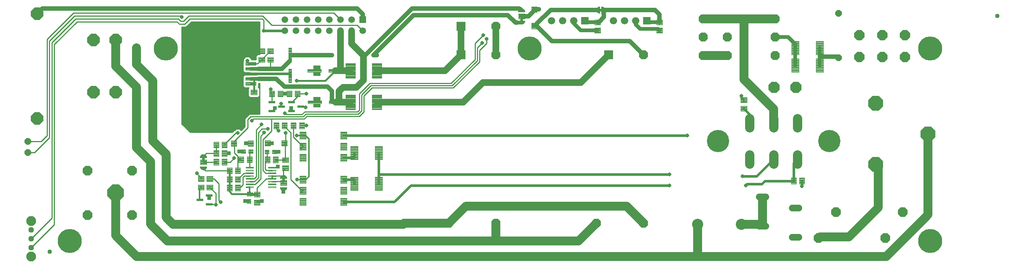
<source format=gtl>
G75*
%MOIN*%
%OFA0B0*%
%FSLAX25Y25*%
%IPPOS*%
%LPD*%
%AMOC8*
5,1,8,0,0,1.08239X$1,22.5*
%
%ADD10C,0.04000*%
%ADD11OC8,0.08850*%
%ADD12C,0.10000*%
%ADD13C,0.06000*%
%ADD14OC8,0.06000*%
%ADD15C,0.00425*%
%ADD16C,0.00409*%
%ADD17C,0.00419*%
%ADD18OC8,0.10000*%
%ADD19OC8,0.08268*%
%ADD20OC8,0.13386*%
%ADD21OC8,0.11268*%
%ADD22C,0.20000*%
%ADD23OC8,0.08600*%
%ADD24OC8,0.15000*%
%ADD25C,0.08250*%
%ADD26C,0.00394*%
%ADD27R,0.06600X0.06600*%
%ADD28C,0.06600*%
%ADD29R,0.05906X0.05906*%
%ADD30C,0.05906*%
%ADD31C,0.00396*%
%ADD32OC8,0.05906*%
%ADD33OC8,0.09055*%
%ADD34OC8,0.06496*%
%ADD35C,0.00406*%
%ADD36C,0.00386*%
%ADD37C,0.00400*%
%ADD38C,0.00100*%
%ADD39R,0.08268X0.08268*%
%ADD40OC8,0.04724*%
%ADD41C,0.08858*%
%ADD42C,0.00390*%
%ADD43C,0.00280*%
%ADD44C,0.00362*%
%ADD45C,0.21654*%
%ADD46C,0.08000*%
%ADD47OC8,0.03175*%
%ADD48C,0.02400*%
%ADD49C,0.03200*%
%ADD50C,0.01000*%
%ADD51C,0.01200*%
%ADD52C,0.01600*%
%ADD53C,0.04000*%
%ADD54R,0.03175X0.03175*%
D10*
X0139408Y0048303D03*
X0990999Y0260902D03*
D11*
X0905851Y0083992D03*
X0845851Y0083992D03*
X0830288Y0060742D03*
X0890288Y0060742D03*
D12*
X0761070Y0073211D03*
X0721699Y0073211D03*
D13*
X0777056Y0071461D02*
X0783056Y0071461D01*
X0806583Y0061461D02*
X0812583Y0061461D01*
X0812552Y0087742D02*
X0806552Y0087742D01*
X0783024Y0097742D02*
X0777024Y0097742D01*
X0528570Y0200742D02*
X0511070Y0183242D01*
X0433131Y0183242D01*
X0409509Y0183242D02*
X0398320Y0183242D01*
X0399320Y0184242D01*
X0399320Y0192992D01*
X0402820Y0196492D01*
X0415070Y0196492D01*
X0421320Y0202742D01*
X0421320Y0224992D01*
X0410570Y0235742D01*
X0410570Y0247492D01*
X0400570Y0247492D02*
X0400570Y0211742D01*
X0400320Y0211492D01*
X0396070Y0211492D01*
X0400320Y0211492D02*
X0409509Y0211492D01*
X0433131Y0211492D02*
X0494471Y0211492D01*
X0508810Y0225831D01*
X0508810Y0251421D01*
X0540306Y0251421D02*
X0540306Y0225831D01*
X0528570Y0200742D02*
X0616471Y0200742D01*
X0641560Y0225831D01*
X0398320Y0183242D02*
X0396320Y0183242D01*
D14*
X0217288Y0192274D03*
X0217288Y0232274D03*
X0848320Y0223242D03*
X0848320Y0263242D03*
D15*
X0834674Y0225905D02*
X0828012Y0225905D01*
X0828012Y0238079D01*
X0834674Y0238079D01*
X0834674Y0225905D01*
X0834674Y0226329D02*
X0828012Y0226329D01*
X0828012Y0226753D02*
X0834674Y0226753D01*
X0834674Y0227177D02*
X0828012Y0227177D01*
X0828012Y0227601D02*
X0834674Y0227601D01*
X0834674Y0228025D02*
X0828012Y0228025D01*
X0828012Y0228449D02*
X0834674Y0228449D01*
X0834674Y0228873D02*
X0828012Y0228873D01*
X0828012Y0229297D02*
X0834674Y0229297D01*
X0834674Y0229721D02*
X0828012Y0229721D01*
X0828012Y0230145D02*
X0834674Y0230145D01*
X0834674Y0230569D02*
X0828012Y0230569D01*
X0828012Y0230993D02*
X0834674Y0230993D01*
X0834674Y0231417D02*
X0828012Y0231417D01*
X0828012Y0231841D02*
X0834674Y0231841D01*
X0834674Y0232265D02*
X0828012Y0232265D01*
X0828012Y0232689D02*
X0834674Y0232689D01*
X0834674Y0233113D02*
X0828012Y0233113D01*
X0828012Y0233537D02*
X0834674Y0233537D01*
X0834674Y0233961D02*
X0828012Y0233961D01*
X0828012Y0234385D02*
X0834674Y0234385D01*
X0834674Y0234809D02*
X0828012Y0234809D01*
X0828012Y0235233D02*
X0834674Y0235233D01*
X0834674Y0235657D02*
X0828012Y0235657D01*
X0828012Y0236081D02*
X0834674Y0236081D01*
X0834674Y0236505D02*
X0828012Y0236505D01*
X0828012Y0236929D02*
X0834674Y0236929D01*
X0834674Y0237353D02*
X0828012Y0237353D01*
X0828012Y0237777D02*
X0834674Y0237777D01*
X0812627Y0225905D02*
X0805965Y0225905D01*
X0805965Y0238079D01*
X0812627Y0238079D01*
X0812627Y0225905D01*
X0812627Y0226329D02*
X0805965Y0226329D01*
X0805965Y0226753D02*
X0812627Y0226753D01*
X0812627Y0227177D02*
X0805965Y0227177D01*
X0805965Y0227601D02*
X0812627Y0227601D01*
X0812627Y0228025D02*
X0805965Y0228025D01*
X0805965Y0228449D02*
X0812627Y0228449D01*
X0812627Y0228873D02*
X0805965Y0228873D01*
X0805965Y0229297D02*
X0812627Y0229297D01*
X0812627Y0229721D02*
X0805965Y0229721D01*
X0805965Y0230145D02*
X0812627Y0230145D01*
X0812627Y0230569D02*
X0805965Y0230569D01*
X0805965Y0230993D02*
X0812627Y0230993D01*
X0812627Y0231417D02*
X0805965Y0231417D01*
X0805965Y0231841D02*
X0812627Y0231841D01*
X0812627Y0232265D02*
X0805965Y0232265D01*
X0805965Y0232689D02*
X0812627Y0232689D01*
X0812627Y0233113D02*
X0805965Y0233113D01*
X0805965Y0233537D02*
X0812627Y0233537D01*
X0812627Y0233961D02*
X0805965Y0233961D01*
X0805965Y0234385D02*
X0812627Y0234385D01*
X0812627Y0234809D02*
X0805965Y0234809D01*
X0805965Y0235233D02*
X0812627Y0235233D01*
X0812627Y0235657D02*
X0805965Y0235657D01*
X0805965Y0236081D02*
X0812627Y0236081D01*
X0812627Y0236505D02*
X0805965Y0236505D01*
X0805965Y0236929D02*
X0812627Y0236929D01*
X0812627Y0237353D02*
X0805965Y0237353D01*
X0805965Y0237777D02*
X0812627Y0237777D01*
X0812627Y0210155D02*
X0805965Y0210155D01*
X0805965Y0222329D01*
X0812627Y0222329D01*
X0812627Y0210155D01*
X0812627Y0210579D02*
X0805965Y0210579D01*
X0805965Y0211003D02*
X0812627Y0211003D01*
X0812627Y0211427D02*
X0805965Y0211427D01*
X0805965Y0211851D02*
X0812627Y0211851D01*
X0812627Y0212275D02*
X0805965Y0212275D01*
X0805965Y0212699D02*
X0812627Y0212699D01*
X0812627Y0213123D02*
X0805965Y0213123D01*
X0805965Y0213547D02*
X0812627Y0213547D01*
X0812627Y0213971D02*
X0805965Y0213971D01*
X0805965Y0214395D02*
X0812627Y0214395D01*
X0812627Y0214819D02*
X0805965Y0214819D01*
X0805965Y0215243D02*
X0812627Y0215243D01*
X0812627Y0215667D02*
X0805965Y0215667D01*
X0805965Y0216091D02*
X0812627Y0216091D01*
X0812627Y0216515D02*
X0805965Y0216515D01*
X0805965Y0216939D02*
X0812627Y0216939D01*
X0812627Y0217363D02*
X0805965Y0217363D01*
X0805965Y0217787D02*
X0812627Y0217787D01*
X0812627Y0218211D02*
X0805965Y0218211D01*
X0805965Y0218635D02*
X0812627Y0218635D01*
X0812627Y0219059D02*
X0805965Y0219059D01*
X0805965Y0219483D02*
X0812627Y0219483D01*
X0812627Y0219907D02*
X0805965Y0219907D01*
X0805965Y0220331D02*
X0812627Y0220331D01*
X0812627Y0220755D02*
X0805965Y0220755D01*
X0805965Y0221179D02*
X0812627Y0221179D01*
X0812627Y0221603D02*
X0805965Y0221603D01*
X0805965Y0222027D02*
X0812627Y0222027D01*
X0828012Y0210155D02*
X0834674Y0210155D01*
X0828012Y0210155D02*
X0828012Y0222329D01*
X0834674Y0222329D01*
X0834674Y0210155D01*
X0834674Y0210579D02*
X0828012Y0210579D01*
X0828012Y0211003D02*
X0834674Y0211003D01*
X0834674Y0211427D02*
X0828012Y0211427D01*
X0828012Y0211851D02*
X0834674Y0211851D01*
X0834674Y0212275D02*
X0828012Y0212275D01*
X0828012Y0212699D02*
X0834674Y0212699D01*
X0834674Y0213123D02*
X0828012Y0213123D01*
X0828012Y0213547D02*
X0834674Y0213547D01*
X0834674Y0213971D02*
X0828012Y0213971D01*
X0828012Y0214395D02*
X0834674Y0214395D01*
X0834674Y0214819D02*
X0828012Y0214819D01*
X0828012Y0215243D02*
X0834674Y0215243D01*
X0834674Y0215667D02*
X0828012Y0215667D01*
X0828012Y0216091D02*
X0834674Y0216091D01*
X0834674Y0216515D02*
X0828012Y0216515D01*
X0828012Y0216939D02*
X0834674Y0216939D01*
X0834674Y0217363D02*
X0828012Y0217363D01*
X0828012Y0217787D02*
X0834674Y0217787D01*
X0834674Y0218211D02*
X0828012Y0218211D01*
X0828012Y0218635D02*
X0834674Y0218635D01*
X0834674Y0219059D02*
X0828012Y0219059D01*
X0828012Y0219483D02*
X0834674Y0219483D01*
X0834674Y0219907D02*
X0828012Y0219907D01*
X0828012Y0220331D02*
X0834674Y0220331D01*
X0834674Y0220755D02*
X0828012Y0220755D01*
X0828012Y0221179D02*
X0834674Y0221179D01*
X0834674Y0221603D02*
X0828012Y0221603D01*
X0828012Y0222027D02*
X0834674Y0222027D01*
X0438424Y0131405D02*
X0431762Y0131405D01*
X0431762Y0143579D01*
X0438424Y0143579D01*
X0438424Y0131405D01*
X0438424Y0131829D02*
X0431762Y0131829D01*
X0431762Y0132253D02*
X0438424Y0132253D01*
X0438424Y0132677D02*
X0431762Y0132677D01*
X0431762Y0133101D02*
X0438424Y0133101D01*
X0438424Y0133525D02*
X0431762Y0133525D01*
X0431762Y0133949D02*
X0438424Y0133949D01*
X0438424Y0134373D02*
X0431762Y0134373D01*
X0431762Y0134797D02*
X0438424Y0134797D01*
X0438424Y0135221D02*
X0431762Y0135221D01*
X0431762Y0135645D02*
X0438424Y0135645D01*
X0438424Y0136069D02*
X0431762Y0136069D01*
X0431762Y0136493D02*
X0438424Y0136493D01*
X0438424Y0136917D02*
X0431762Y0136917D01*
X0431762Y0137341D02*
X0438424Y0137341D01*
X0438424Y0137765D02*
X0431762Y0137765D01*
X0431762Y0138189D02*
X0438424Y0138189D01*
X0438424Y0138613D02*
X0431762Y0138613D01*
X0431762Y0139037D02*
X0438424Y0139037D01*
X0438424Y0139461D02*
X0431762Y0139461D01*
X0431762Y0139885D02*
X0438424Y0139885D01*
X0438424Y0140309D02*
X0431762Y0140309D01*
X0431762Y0140733D02*
X0438424Y0140733D01*
X0438424Y0141157D02*
X0431762Y0141157D01*
X0431762Y0141581D02*
X0438424Y0141581D01*
X0438424Y0142005D02*
X0431762Y0142005D01*
X0431762Y0142429D02*
X0438424Y0142429D01*
X0438424Y0142853D02*
X0431762Y0142853D01*
X0431762Y0143277D02*
X0438424Y0143277D01*
X0416377Y0131405D02*
X0409715Y0131405D01*
X0409715Y0143579D01*
X0416377Y0143579D01*
X0416377Y0131405D01*
X0416377Y0131829D02*
X0409715Y0131829D01*
X0409715Y0132253D02*
X0416377Y0132253D01*
X0416377Y0132677D02*
X0409715Y0132677D01*
X0409715Y0133101D02*
X0416377Y0133101D01*
X0416377Y0133525D02*
X0409715Y0133525D01*
X0409715Y0133949D02*
X0416377Y0133949D01*
X0416377Y0134373D02*
X0409715Y0134373D01*
X0409715Y0134797D02*
X0416377Y0134797D01*
X0416377Y0135221D02*
X0409715Y0135221D01*
X0409715Y0135645D02*
X0416377Y0135645D01*
X0416377Y0136069D02*
X0409715Y0136069D01*
X0409715Y0136493D02*
X0416377Y0136493D01*
X0416377Y0136917D02*
X0409715Y0136917D01*
X0409715Y0137341D02*
X0416377Y0137341D01*
X0416377Y0137765D02*
X0409715Y0137765D01*
X0409715Y0138189D02*
X0416377Y0138189D01*
X0416377Y0138613D02*
X0409715Y0138613D01*
X0409715Y0139037D02*
X0416377Y0139037D01*
X0416377Y0139461D02*
X0409715Y0139461D01*
X0409715Y0139885D02*
X0416377Y0139885D01*
X0416377Y0140309D02*
X0409715Y0140309D01*
X0409715Y0140733D02*
X0416377Y0140733D01*
X0416377Y0141157D02*
X0409715Y0141157D01*
X0409715Y0141581D02*
X0416377Y0141581D01*
X0416377Y0142005D02*
X0409715Y0142005D01*
X0409715Y0142429D02*
X0416377Y0142429D01*
X0416377Y0142853D02*
X0409715Y0142853D01*
X0409715Y0143277D02*
X0416377Y0143277D01*
X0416377Y0103655D02*
X0409715Y0103655D01*
X0409715Y0115829D01*
X0416377Y0115829D01*
X0416377Y0103655D01*
X0416377Y0104079D02*
X0409715Y0104079D01*
X0409715Y0104503D02*
X0416377Y0104503D01*
X0416377Y0104927D02*
X0409715Y0104927D01*
X0409715Y0105351D02*
X0416377Y0105351D01*
X0416377Y0105775D02*
X0409715Y0105775D01*
X0409715Y0106199D02*
X0416377Y0106199D01*
X0416377Y0106623D02*
X0409715Y0106623D01*
X0409715Y0107047D02*
X0416377Y0107047D01*
X0416377Y0107471D02*
X0409715Y0107471D01*
X0409715Y0107895D02*
X0416377Y0107895D01*
X0416377Y0108319D02*
X0409715Y0108319D01*
X0409715Y0108743D02*
X0416377Y0108743D01*
X0416377Y0109167D02*
X0409715Y0109167D01*
X0409715Y0109591D02*
X0416377Y0109591D01*
X0416377Y0110015D02*
X0409715Y0110015D01*
X0409715Y0110439D02*
X0416377Y0110439D01*
X0416377Y0110863D02*
X0409715Y0110863D01*
X0409715Y0111287D02*
X0416377Y0111287D01*
X0416377Y0111711D02*
X0409715Y0111711D01*
X0409715Y0112135D02*
X0416377Y0112135D01*
X0416377Y0112559D02*
X0409715Y0112559D01*
X0409715Y0112983D02*
X0416377Y0112983D01*
X0416377Y0113407D02*
X0409715Y0113407D01*
X0409715Y0113831D02*
X0416377Y0113831D01*
X0416377Y0114255D02*
X0409715Y0114255D01*
X0409715Y0114679D02*
X0416377Y0114679D01*
X0416377Y0115103D02*
X0409715Y0115103D01*
X0409715Y0115527D02*
X0416377Y0115527D01*
X0431762Y0103655D02*
X0438424Y0103655D01*
X0431762Y0103655D02*
X0431762Y0115829D01*
X0438424Y0115829D01*
X0438424Y0103655D01*
X0438424Y0104079D02*
X0431762Y0104079D01*
X0431762Y0104503D02*
X0438424Y0104503D01*
X0438424Y0104927D02*
X0431762Y0104927D01*
X0431762Y0105351D02*
X0438424Y0105351D01*
X0438424Y0105775D02*
X0431762Y0105775D01*
X0431762Y0106199D02*
X0438424Y0106199D01*
X0438424Y0106623D02*
X0431762Y0106623D01*
X0431762Y0107047D02*
X0438424Y0107047D01*
X0438424Y0107471D02*
X0431762Y0107471D01*
X0431762Y0107895D02*
X0438424Y0107895D01*
X0438424Y0108319D02*
X0431762Y0108319D01*
X0431762Y0108743D02*
X0438424Y0108743D01*
X0438424Y0109167D02*
X0431762Y0109167D01*
X0431762Y0109591D02*
X0438424Y0109591D01*
X0438424Y0110015D02*
X0431762Y0110015D01*
X0431762Y0110439D02*
X0438424Y0110439D01*
X0438424Y0110863D02*
X0431762Y0110863D01*
X0431762Y0111287D02*
X0438424Y0111287D01*
X0438424Y0111711D02*
X0431762Y0111711D01*
X0431762Y0112135D02*
X0438424Y0112135D01*
X0438424Y0112559D02*
X0431762Y0112559D01*
X0431762Y0112983D02*
X0438424Y0112983D01*
X0438424Y0113407D02*
X0431762Y0113407D01*
X0431762Y0113831D02*
X0438424Y0113831D01*
X0438424Y0114255D02*
X0431762Y0114255D01*
X0431762Y0114679D02*
X0438424Y0114679D01*
X0438424Y0115103D02*
X0431762Y0115103D01*
X0431762Y0115527D02*
X0438424Y0115527D01*
D16*
X0348321Y0121397D02*
X0348321Y0126107D01*
X0353819Y0126107D01*
X0353819Y0121397D01*
X0348321Y0121397D01*
X0348321Y0121805D02*
X0353819Y0121805D01*
X0353819Y0122213D02*
X0348321Y0122213D01*
X0348321Y0122621D02*
X0353819Y0122621D01*
X0353819Y0123029D02*
X0348321Y0123029D01*
X0348321Y0123437D02*
X0353819Y0123437D01*
X0353819Y0123845D02*
X0348321Y0123845D01*
X0348321Y0124253D02*
X0353819Y0124253D01*
X0353819Y0124661D02*
X0348321Y0124661D01*
X0348321Y0125069D02*
X0353819Y0125069D01*
X0353819Y0125477D02*
X0348321Y0125477D01*
X0348321Y0125885D02*
X0353819Y0125885D01*
X0348321Y0128877D02*
X0348321Y0133587D01*
X0353819Y0133587D01*
X0353819Y0128877D01*
X0348321Y0128877D01*
X0348321Y0129285D02*
X0353819Y0129285D01*
X0353819Y0129693D02*
X0348321Y0129693D01*
X0348321Y0130101D02*
X0353819Y0130101D01*
X0353819Y0130509D02*
X0348321Y0130509D01*
X0348321Y0130917D02*
X0353819Y0130917D01*
X0353819Y0131325D02*
X0348321Y0131325D01*
X0348321Y0131733D02*
X0353819Y0131733D01*
X0353819Y0132141D02*
X0348321Y0132141D01*
X0348321Y0132549D02*
X0353819Y0132549D01*
X0353819Y0132957D02*
X0348321Y0132957D01*
X0348321Y0133365D02*
X0353819Y0133365D01*
X0344665Y0128493D02*
X0339955Y0128493D01*
X0339955Y0133991D01*
X0344665Y0133991D01*
X0344665Y0128493D01*
X0344665Y0128901D02*
X0339955Y0128901D01*
X0339955Y0129309D02*
X0344665Y0129309D01*
X0344665Y0129717D02*
X0339955Y0129717D01*
X0339955Y0130125D02*
X0344665Y0130125D01*
X0344665Y0130533D02*
X0339955Y0130533D01*
X0339955Y0130941D02*
X0344665Y0130941D01*
X0344665Y0131349D02*
X0339955Y0131349D01*
X0339955Y0131757D02*
X0344665Y0131757D01*
X0344665Y0132165D02*
X0339955Y0132165D01*
X0339955Y0132573D02*
X0344665Y0132573D01*
X0344665Y0132981D02*
X0339955Y0132981D01*
X0339955Y0133389D02*
X0344665Y0133389D01*
X0344665Y0133797D02*
X0339955Y0133797D01*
X0337184Y0128493D02*
X0332474Y0128493D01*
X0332474Y0133991D01*
X0337184Y0133991D01*
X0337184Y0128493D01*
X0337184Y0128901D02*
X0332474Y0128901D01*
X0332474Y0129309D02*
X0337184Y0129309D01*
X0337184Y0129717D02*
X0332474Y0129717D01*
X0332474Y0130125D02*
X0337184Y0130125D01*
X0337184Y0130533D02*
X0332474Y0130533D01*
X0332474Y0130941D02*
X0337184Y0130941D01*
X0337184Y0131349D02*
X0332474Y0131349D01*
X0332474Y0131757D02*
X0337184Y0131757D01*
X0337184Y0132165D02*
X0332474Y0132165D01*
X0332474Y0132573D02*
X0337184Y0132573D01*
X0337184Y0132981D02*
X0332474Y0132981D01*
X0332474Y0133389D02*
X0337184Y0133389D01*
X0337184Y0133797D02*
X0332474Y0133797D01*
X0321165Y0134241D02*
X0316455Y0134241D01*
X0321165Y0134241D02*
X0321165Y0128743D01*
X0316455Y0128743D01*
X0316455Y0134241D01*
X0316455Y0129151D02*
X0321165Y0129151D01*
X0321165Y0129559D02*
X0316455Y0129559D01*
X0316455Y0129967D02*
X0321165Y0129967D01*
X0321165Y0130375D02*
X0316455Y0130375D01*
X0316455Y0130783D02*
X0321165Y0130783D01*
X0321165Y0131191D02*
X0316455Y0131191D01*
X0316455Y0131599D02*
X0321165Y0131599D01*
X0321165Y0132007D02*
X0316455Y0132007D01*
X0316455Y0132415D02*
X0321165Y0132415D01*
X0321165Y0132823D02*
X0316455Y0132823D01*
X0316455Y0133231D02*
X0321165Y0133231D01*
X0321165Y0133639D02*
X0316455Y0133639D01*
X0316455Y0134047D02*
X0321165Y0134047D01*
X0313684Y0134241D02*
X0308974Y0134241D01*
X0313684Y0134241D02*
X0313684Y0128743D01*
X0308974Y0128743D01*
X0308974Y0134241D01*
X0308974Y0129151D02*
X0313684Y0129151D01*
X0313684Y0129559D02*
X0308974Y0129559D01*
X0308974Y0129967D02*
X0313684Y0129967D01*
X0313684Y0130375D02*
X0308974Y0130375D01*
X0308974Y0130783D02*
X0313684Y0130783D01*
X0313684Y0131191D02*
X0308974Y0131191D01*
X0308974Y0131599D02*
X0313684Y0131599D01*
X0313684Y0132007D02*
X0308974Y0132007D01*
X0308974Y0132415D02*
X0313684Y0132415D01*
X0313684Y0132823D02*
X0308974Y0132823D01*
X0308974Y0133231D02*
X0313684Y0133231D01*
X0313684Y0133639D02*
X0308974Y0133639D01*
X0308974Y0134047D02*
X0313684Y0134047D01*
X0298665Y0134243D02*
X0293955Y0134243D01*
X0293955Y0139741D01*
X0298665Y0139741D01*
X0298665Y0134243D01*
X0298665Y0134651D02*
X0293955Y0134651D01*
X0293955Y0135059D02*
X0298665Y0135059D01*
X0298665Y0135467D02*
X0293955Y0135467D01*
X0293955Y0135875D02*
X0298665Y0135875D01*
X0298665Y0136283D02*
X0293955Y0136283D01*
X0293955Y0136691D02*
X0298665Y0136691D01*
X0298665Y0137099D02*
X0293955Y0137099D01*
X0293955Y0137507D02*
X0298665Y0137507D01*
X0298665Y0137915D02*
X0293955Y0137915D01*
X0293955Y0138323D02*
X0298665Y0138323D01*
X0298665Y0138731D02*
X0293955Y0138731D01*
X0293955Y0139139D02*
X0298665Y0139139D01*
X0298665Y0139547D02*
X0293955Y0139547D01*
X0293955Y0147491D02*
X0298665Y0147491D01*
X0298665Y0141993D01*
X0293955Y0141993D01*
X0293955Y0147491D01*
X0293955Y0142401D02*
X0298665Y0142401D01*
X0298665Y0142809D02*
X0293955Y0142809D01*
X0293955Y0143217D02*
X0298665Y0143217D01*
X0298665Y0143625D02*
X0293955Y0143625D01*
X0293955Y0144033D02*
X0298665Y0144033D01*
X0298665Y0144441D02*
X0293955Y0144441D01*
X0293955Y0144849D02*
X0298665Y0144849D01*
X0298665Y0145257D02*
X0293955Y0145257D01*
X0293955Y0145665D02*
X0298665Y0145665D01*
X0298665Y0146073D02*
X0293955Y0146073D01*
X0293955Y0146481D02*
X0298665Y0146481D01*
X0298665Y0146889D02*
X0293955Y0146889D01*
X0293955Y0147297D02*
X0298665Y0147297D01*
X0291184Y0147491D02*
X0286474Y0147491D01*
X0291184Y0147491D02*
X0291184Y0141993D01*
X0286474Y0141993D01*
X0286474Y0147491D01*
X0286474Y0142401D02*
X0291184Y0142401D01*
X0291184Y0142809D02*
X0286474Y0142809D01*
X0286474Y0143217D02*
X0291184Y0143217D01*
X0291184Y0143625D02*
X0286474Y0143625D01*
X0286474Y0144033D02*
X0291184Y0144033D01*
X0291184Y0144441D02*
X0286474Y0144441D01*
X0286474Y0144849D02*
X0291184Y0144849D01*
X0291184Y0145257D02*
X0286474Y0145257D01*
X0286474Y0145665D02*
X0291184Y0145665D01*
X0291184Y0146073D02*
X0286474Y0146073D01*
X0286474Y0146481D02*
X0291184Y0146481D01*
X0291184Y0146889D02*
X0286474Y0146889D01*
X0286474Y0147297D02*
X0291184Y0147297D01*
X0291184Y0134243D02*
X0286474Y0134243D01*
X0286474Y0139741D01*
X0291184Y0139741D01*
X0291184Y0134243D01*
X0291184Y0134651D02*
X0286474Y0134651D01*
X0286474Y0135059D02*
X0291184Y0135059D01*
X0291184Y0135467D02*
X0286474Y0135467D01*
X0286474Y0135875D02*
X0291184Y0135875D01*
X0291184Y0136283D02*
X0286474Y0136283D01*
X0286474Y0136691D02*
X0291184Y0136691D01*
X0291184Y0137099D02*
X0286474Y0137099D01*
X0286474Y0137507D02*
X0291184Y0137507D01*
X0291184Y0137915D02*
X0286474Y0137915D01*
X0286474Y0138323D02*
X0291184Y0138323D01*
X0291184Y0138731D02*
X0286474Y0138731D01*
X0286474Y0139139D02*
X0291184Y0139139D01*
X0291184Y0139547D02*
X0286474Y0139547D01*
X0286474Y0126493D02*
X0291184Y0126493D01*
X0286474Y0126493D02*
X0286474Y0131991D01*
X0291184Y0131991D01*
X0291184Y0126493D01*
X0291184Y0126901D02*
X0286474Y0126901D01*
X0286474Y0127309D02*
X0291184Y0127309D01*
X0291184Y0127717D02*
X0286474Y0127717D01*
X0286474Y0128125D02*
X0291184Y0128125D01*
X0291184Y0128533D02*
X0286474Y0128533D01*
X0286474Y0128941D02*
X0291184Y0128941D01*
X0291184Y0129349D02*
X0286474Y0129349D01*
X0286474Y0129757D02*
X0291184Y0129757D01*
X0291184Y0130165D02*
X0286474Y0130165D01*
X0286474Y0130573D02*
X0291184Y0130573D01*
X0291184Y0130981D02*
X0286474Y0130981D01*
X0286474Y0131389D02*
X0291184Y0131389D01*
X0291184Y0131797D02*
X0286474Y0131797D01*
X0293955Y0126493D02*
X0298665Y0126493D01*
X0293955Y0126493D02*
X0293955Y0131991D01*
X0298665Y0131991D01*
X0298665Y0126493D01*
X0298665Y0126901D02*
X0293955Y0126901D01*
X0293955Y0127309D02*
X0298665Y0127309D01*
X0298665Y0127717D02*
X0293955Y0127717D01*
X0293955Y0128125D02*
X0298665Y0128125D01*
X0298665Y0128533D02*
X0293955Y0128533D01*
X0293955Y0128941D02*
X0298665Y0128941D01*
X0298665Y0129349D02*
X0293955Y0129349D01*
X0293955Y0129757D02*
X0298665Y0129757D01*
X0298665Y0130165D02*
X0293955Y0130165D01*
X0293955Y0130573D02*
X0298665Y0130573D01*
X0298665Y0130981D02*
X0293955Y0130981D01*
X0293955Y0131389D02*
X0298665Y0131389D01*
X0298665Y0131797D02*
X0293955Y0131797D01*
X0298474Y0124241D02*
X0303184Y0124241D01*
X0303184Y0118743D01*
X0298474Y0118743D01*
X0298474Y0124241D01*
X0298474Y0119151D02*
X0303184Y0119151D01*
X0303184Y0119559D02*
X0298474Y0119559D01*
X0298474Y0119967D02*
X0303184Y0119967D01*
X0303184Y0120375D02*
X0298474Y0120375D01*
X0298474Y0120783D02*
X0303184Y0120783D01*
X0303184Y0121191D02*
X0298474Y0121191D01*
X0298474Y0121599D02*
X0303184Y0121599D01*
X0303184Y0122007D02*
X0298474Y0122007D01*
X0298474Y0122415D02*
X0303184Y0122415D01*
X0303184Y0122823D02*
X0298474Y0122823D01*
X0298474Y0123231D02*
X0303184Y0123231D01*
X0303184Y0123639D02*
X0298474Y0123639D01*
X0298474Y0124047D02*
X0303184Y0124047D01*
X0305955Y0124241D02*
X0310665Y0124241D01*
X0310665Y0118743D01*
X0305955Y0118743D01*
X0305955Y0124241D01*
X0305955Y0119151D02*
X0310665Y0119151D01*
X0310665Y0119559D02*
X0305955Y0119559D01*
X0305955Y0119967D02*
X0310665Y0119967D01*
X0310665Y0120375D02*
X0305955Y0120375D01*
X0305955Y0120783D02*
X0310665Y0120783D01*
X0310665Y0121191D02*
X0305955Y0121191D01*
X0305955Y0121599D02*
X0310665Y0121599D01*
X0310665Y0122007D02*
X0305955Y0122007D01*
X0305955Y0122415D02*
X0310665Y0122415D01*
X0310665Y0122823D02*
X0305955Y0122823D01*
X0305955Y0123231D02*
X0310665Y0123231D01*
X0310665Y0123639D02*
X0305955Y0123639D01*
X0305955Y0124047D02*
X0310665Y0124047D01*
X0310665Y0116491D02*
X0305955Y0116491D01*
X0310665Y0116491D02*
X0310665Y0110993D01*
X0305955Y0110993D01*
X0305955Y0116491D01*
X0305955Y0111401D02*
X0310665Y0111401D01*
X0310665Y0111809D02*
X0305955Y0111809D01*
X0305955Y0112217D02*
X0310665Y0112217D01*
X0310665Y0112625D02*
X0305955Y0112625D01*
X0305955Y0113033D02*
X0310665Y0113033D01*
X0310665Y0113441D02*
X0305955Y0113441D01*
X0305955Y0113849D02*
X0310665Y0113849D01*
X0310665Y0114257D02*
X0305955Y0114257D01*
X0305955Y0114665D02*
X0310665Y0114665D01*
X0310665Y0115073D02*
X0305955Y0115073D01*
X0305955Y0115481D02*
X0310665Y0115481D01*
X0310665Y0115889D02*
X0305955Y0115889D01*
X0305955Y0116297D02*
X0310665Y0116297D01*
X0303184Y0116491D02*
X0298474Y0116491D01*
X0303184Y0116491D02*
X0303184Y0110993D01*
X0298474Y0110993D01*
X0298474Y0116491D01*
X0298474Y0111401D02*
X0303184Y0111401D01*
X0303184Y0111809D02*
X0298474Y0111809D01*
X0298474Y0112217D02*
X0303184Y0112217D01*
X0303184Y0112625D02*
X0298474Y0112625D01*
X0298474Y0113033D02*
X0303184Y0113033D01*
X0303184Y0113441D02*
X0298474Y0113441D01*
X0298474Y0113849D02*
X0303184Y0113849D01*
X0303184Y0114257D02*
X0298474Y0114257D01*
X0298474Y0114665D02*
X0303184Y0114665D01*
X0303184Y0115073D02*
X0298474Y0115073D01*
X0298474Y0115481D02*
X0303184Y0115481D01*
X0303184Y0115889D02*
X0298474Y0115889D01*
X0298474Y0116297D02*
X0303184Y0116297D01*
X0280321Y0116337D02*
X0280321Y0111627D01*
X0280321Y0116337D02*
X0285819Y0116337D01*
X0285819Y0111627D01*
X0280321Y0111627D01*
X0280321Y0112035D02*
X0285819Y0112035D01*
X0285819Y0112443D02*
X0280321Y0112443D01*
X0280321Y0112851D02*
X0285819Y0112851D01*
X0285819Y0113259D02*
X0280321Y0113259D01*
X0280321Y0113667D02*
X0285819Y0113667D01*
X0285819Y0114075D02*
X0280321Y0114075D01*
X0280321Y0114483D02*
X0285819Y0114483D01*
X0285819Y0114891D02*
X0280321Y0114891D01*
X0280321Y0115299D02*
X0285819Y0115299D01*
X0285819Y0115707D02*
X0280321Y0115707D01*
X0280321Y0116115D02*
X0285819Y0116115D01*
X0272571Y0116337D02*
X0272571Y0111627D01*
X0272571Y0116337D02*
X0278069Y0116337D01*
X0278069Y0111627D01*
X0272571Y0111627D01*
X0272571Y0112035D02*
X0278069Y0112035D01*
X0278069Y0112443D02*
X0272571Y0112443D01*
X0272571Y0112851D02*
X0278069Y0112851D01*
X0278069Y0113259D02*
X0272571Y0113259D01*
X0272571Y0113667D02*
X0278069Y0113667D01*
X0278069Y0114075D02*
X0272571Y0114075D01*
X0272571Y0114483D02*
X0278069Y0114483D01*
X0278069Y0114891D02*
X0272571Y0114891D01*
X0272571Y0115299D02*
X0278069Y0115299D01*
X0278069Y0115707D02*
X0272571Y0115707D01*
X0272571Y0116115D02*
X0278069Y0116115D01*
X0272571Y0108857D02*
X0272571Y0104147D01*
X0272571Y0108857D02*
X0278069Y0108857D01*
X0278069Y0104147D01*
X0272571Y0104147D01*
X0272571Y0104555D02*
X0278069Y0104555D01*
X0278069Y0104963D02*
X0272571Y0104963D01*
X0272571Y0105371D02*
X0278069Y0105371D01*
X0278069Y0105779D02*
X0272571Y0105779D01*
X0272571Y0106187D02*
X0278069Y0106187D01*
X0278069Y0106595D02*
X0272571Y0106595D01*
X0272571Y0107003D02*
X0278069Y0107003D01*
X0278069Y0107411D02*
X0272571Y0107411D01*
X0272571Y0107819D02*
X0278069Y0107819D01*
X0278069Y0108227D02*
X0272571Y0108227D01*
X0272571Y0108635D02*
X0278069Y0108635D01*
X0280321Y0108857D02*
X0280321Y0104147D01*
X0280321Y0108857D02*
X0285819Y0108857D01*
X0285819Y0104147D01*
X0280321Y0104147D01*
X0280321Y0104555D02*
X0285819Y0104555D01*
X0285819Y0104963D02*
X0280321Y0104963D01*
X0280321Y0105371D02*
X0285819Y0105371D01*
X0285819Y0105779D02*
X0280321Y0105779D01*
X0280321Y0106187D02*
X0285819Y0106187D01*
X0285819Y0106595D02*
X0280321Y0106595D01*
X0280321Y0107003D02*
X0285819Y0107003D01*
X0285819Y0107411D02*
X0280321Y0107411D01*
X0280321Y0107819D02*
X0285819Y0107819D01*
X0285819Y0108227D02*
X0280321Y0108227D01*
X0280321Y0108635D02*
X0285819Y0108635D01*
X0298474Y0108741D02*
X0303184Y0108741D01*
X0303184Y0103243D01*
X0298474Y0103243D01*
X0298474Y0108741D01*
X0298474Y0103651D02*
X0303184Y0103651D01*
X0303184Y0104059D02*
X0298474Y0104059D01*
X0298474Y0104467D02*
X0303184Y0104467D01*
X0303184Y0104875D02*
X0298474Y0104875D01*
X0298474Y0105283D02*
X0303184Y0105283D01*
X0303184Y0105691D02*
X0298474Y0105691D01*
X0298474Y0106099D02*
X0303184Y0106099D01*
X0303184Y0106507D02*
X0298474Y0106507D01*
X0298474Y0106915D02*
X0303184Y0106915D01*
X0303184Y0107323D02*
X0298474Y0107323D01*
X0298474Y0107731D02*
X0303184Y0107731D01*
X0303184Y0108139D02*
X0298474Y0108139D01*
X0298474Y0108547D02*
X0303184Y0108547D01*
X0305955Y0108741D02*
X0310665Y0108741D01*
X0310665Y0103243D01*
X0305955Y0103243D01*
X0305955Y0108741D01*
X0305955Y0103651D02*
X0310665Y0103651D01*
X0310665Y0104059D02*
X0305955Y0104059D01*
X0305955Y0104467D02*
X0310665Y0104467D01*
X0310665Y0104875D02*
X0305955Y0104875D01*
X0305955Y0105283D02*
X0310665Y0105283D01*
X0310665Y0105691D02*
X0305955Y0105691D01*
X0305955Y0106099D02*
X0310665Y0106099D01*
X0310665Y0106507D02*
X0305955Y0106507D01*
X0305955Y0106915D02*
X0310665Y0106915D01*
X0310665Y0107323D02*
X0305955Y0107323D01*
X0305955Y0107731D02*
X0310665Y0107731D01*
X0310665Y0108139D02*
X0305955Y0108139D01*
X0305955Y0108547D02*
X0310665Y0108547D01*
X0328319Y0102587D02*
X0328319Y0097877D01*
X0322821Y0097877D01*
X0322821Y0102587D01*
X0328319Y0102587D01*
X0328319Y0098285D02*
X0322821Y0098285D01*
X0322821Y0098693D02*
X0328319Y0098693D01*
X0328319Y0099101D02*
X0322821Y0099101D01*
X0322821Y0099509D02*
X0328319Y0099509D01*
X0328319Y0099917D02*
X0322821Y0099917D01*
X0322821Y0100325D02*
X0328319Y0100325D01*
X0328319Y0100733D02*
X0322821Y0100733D01*
X0322821Y0101141D02*
X0328319Y0101141D01*
X0328319Y0101549D02*
X0322821Y0101549D01*
X0322821Y0101957D02*
X0328319Y0101957D01*
X0328319Y0102365D02*
X0322821Y0102365D01*
X0328319Y0095107D02*
X0328319Y0090397D01*
X0322821Y0090397D01*
X0322821Y0095107D01*
X0328319Y0095107D01*
X0328319Y0090805D02*
X0322821Y0090805D01*
X0322821Y0091213D02*
X0328319Y0091213D01*
X0328319Y0091621D02*
X0322821Y0091621D01*
X0322821Y0092029D02*
X0328319Y0092029D01*
X0328319Y0092437D02*
X0322821Y0092437D01*
X0322821Y0092845D02*
X0328319Y0092845D01*
X0328319Y0093253D02*
X0322821Y0093253D01*
X0322821Y0093661D02*
X0328319Y0093661D01*
X0328319Y0094069D02*
X0322821Y0094069D01*
X0322821Y0094477D02*
X0328319Y0094477D01*
X0328319Y0094885D02*
X0322821Y0094885D01*
X0340474Y0164741D02*
X0345184Y0164741D01*
X0345184Y0159243D01*
X0340474Y0159243D01*
X0340474Y0164741D01*
X0340474Y0159651D02*
X0345184Y0159651D01*
X0345184Y0160059D02*
X0340474Y0160059D01*
X0340474Y0160467D02*
X0345184Y0160467D01*
X0345184Y0160875D02*
X0340474Y0160875D01*
X0340474Y0161283D02*
X0345184Y0161283D01*
X0345184Y0161691D02*
X0340474Y0161691D01*
X0340474Y0162099D02*
X0345184Y0162099D01*
X0345184Y0162507D02*
X0340474Y0162507D01*
X0340474Y0162915D02*
X0345184Y0162915D01*
X0345184Y0163323D02*
X0340474Y0163323D01*
X0340474Y0163731D02*
X0345184Y0163731D01*
X0345184Y0164139D02*
X0340474Y0164139D01*
X0340474Y0164547D02*
X0345184Y0164547D01*
X0347955Y0164741D02*
X0352665Y0164741D01*
X0352665Y0159243D01*
X0347955Y0159243D01*
X0347955Y0164741D01*
X0347955Y0159651D02*
X0352665Y0159651D01*
X0352665Y0160059D02*
X0347955Y0160059D01*
X0347955Y0160467D02*
X0352665Y0160467D01*
X0352665Y0160875D02*
X0347955Y0160875D01*
X0347955Y0161283D02*
X0352665Y0161283D01*
X0352665Y0161691D02*
X0347955Y0161691D01*
X0347955Y0162099D02*
X0352665Y0162099D01*
X0352665Y0162507D02*
X0347955Y0162507D01*
X0347955Y0162915D02*
X0352665Y0162915D01*
X0352665Y0163323D02*
X0347955Y0163323D01*
X0347955Y0163731D02*
X0352665Y0163731D01*
X0352665Y0164139D02*
X0347955Y0164139D01*
X0347955Y0164547D02*
X0352665Y0164547D01*
X0355974Y0159243D02*
X0360684Y0159243D01*
X0355974Y0159243D02*
X0355974Y0164741D01*
X0360684Y0164741D01*
X0360684Y0159243D01*
X0360684Y0159651D02*
X0355974Y0159651D01*
X0355974Y0160059D02*
X0360684Y0160059D01*
X0360684Y0160467D02*
X0355974Y0160467D01*
X0355974Y0160875D02*
X0360684Y0160875D01*
X0360684Y0161283D02*
X0355974Y0161283D01*
X0355974Y0161691D02*
X0360684Y0161691D01*
X0360684Y0162099D02*
X0355974Y0162099D01*
X0355974Y0162507D02*
X0360684Y0162507D01*
X0360684Y0162915D02*
X0355974Y0162915D01*
X0355974Y0163323D02*
X0360684Y0163323D01*
X0360684Y0163731D02*
X0355974Y0163731D01*
X0355974Y0164139D02*
X0360684Y0164139D01*
X0360684Y0164547D02*
X0355974Y0164547D01*
X0363455Y0159243D02*
X0368165Y0159243D01*
X0363455Y0159243D02*
X0363455Y0164741D01*
X0368165Y0164741D01*
X0368165Y0159243D01*
X0368165Y0159651D02*
X0363455Y0159651D01*
X0363455Y0160059D02*
X0368165Y0160059D01*
X0368165Y0160467D02*
X0363455Y0160467D01*
X0363455Y0160875D02*
X0368165Y0160875D01*
X0368165Y0161283D02*
X0363455Y0161283D01*
X0363455Y0161691D02*
X0368165Y0161691D01*
X0368165Y0162099D02*
X0363455Y0162099D01*
X0363455Y0162507D02*
X0368165Y0162507D01*
X0368165Y0162915D02*
X0363455Y0162915D01*
X0363455Y0163323D02*
X0368165Y0163323D01*
X0368165Y0163731D02*
X0363455Y0163731D01*
X0363455Y0164139D02*
X0368165Y0164139D01*
X0368165Y0164547D02*
X0363455Y0164547D01*
X0320071Y0182397D02*
X0320071Y0187107D01*
X0325569Y0187107D01*
X0325569Y0182397D01*
X0320071Y0182397D01*
X0320071Y0182805D02*
X0325569Y0182805D01*
X0325569Y0183213D02*
X0320071Y0183213D01*
X0320071Y0183621D02*
X0325569Y0183621D01*
X0325569Y0184029D02*
X0320071Y0184029D01*
X0320071Y0184437D02*
X0325569Y0184437D01*
X0325569Y0184845D02*
X0320071Y0184845D01*
X0320071Y0185253D02*
X0325569Y0185253D01*
X0325569Y0185661D02*
X0320071Y0185661D01*
X0320071Y0186069D02*
X0325569Y0186069D01*
X0325569Y0186477D02*
X0320071Y0186477D01*
X0320071Y0186885D02*
X0325569Y0186885D01*
X0320071Y0189877D02*
X0320071Y0194587D01*
X0325569Y0194587D01*
X0325569Y0189877D01*
X0320071Y0189877D01*
X0320071Y0190285D02*
X0325569Y0190285D01*
X0325569Y0190693D02*
X0320071Y0190693D01*
X0320071Y0191101D02*
X0325569Y0191101D01*
X0325569Y0191509D02*
X0320071Y0191509D01*
X0320071Y0191917D02*
X0325569Y0191917D01*
X0325569Y0192325D02*
X0320071Y0192325D01*
X0320071Y0192733D02*
X0325569Y0192733D01*
X0325569Y0193141D02*
X0320071Y0193141D01*
X0320071Y0193549D02*
X0325569Y0193549D01*
X0325569Y0193957D02*
X0320071Y0193957D01*
X0320071Y0194365D02*
X0325569Y0194365D01*
X0336724Y0193491D02*
X0341434Y0193491D01*
X0341434Y0187993D01*
X0336724Y0187993D01*
X0336724Y0193491D01*
X0336724Y0188401D02*
X0341434Y0188401D01*
X0341434Y0188809D02*
X0336724Y0188809D01*
X0336724Y0189217D02*
X0341434Y0189217D01*
X0341434Y0189625D02*
X0336724Y0189625D01*
X0336724Y0190033D02*
X0341434Y0190033D01*
X0341434Y0190441D02*
X0336724Y0190441D01*
X0336724Y0190849D02*
X0341434Y0190849D01*
X0341434Y0191257D02*
X0336724Y0191257D01*
X0336724Y0191665D02*
X0341434Y0191665D01*
X0341434Y0192073D02*
X0336724Y0192073D01*
X0336724Y0192481D02*
X0341434Y0192481D01*
X0341434Y0192889D02*
X0336724Y0192889D01*
X0336724Y0193297D02*
X0341434Y0193297D01*
X0344205Y0193491D02*
X0348915Y0193491D01*
X0348915Y0187993D01*
X0344205Y0187993D01*
X0344205Y0193491D01*
X0344205Y0188401D02*
X0348915Y0188401D01*
X0348915Y0188809D02*
X0344205Y0188809D01*
X0344205Y0189217D02*
X0348915Y0189217D01*
X0348915Y0189625D02*
X0344205Y0189625D01*
X0344205Y0190033D02*
X0348915Y0190033D01*
X0348915Y0190441D02*
X0344205Y0190441D01*
X0344205Y0190849D02*
X0348915Y0190849D01*
X0348915Y0191257D02*
X0344205Y0191257D01*
X0344205Y0191665D02*
X0348915Y0191665D01*
X0348915Y0192073D02*
X0344205Y0192073D01*
X0344205Y0192481D02*
X0348915Y0192481D01*
X0348915Y0192889D02*
X0344205Y0192889D01*
X0344205Y0193297D02*
X0348915Y0193297D01*
X0352224Y0187993D02*
X0356934Y0187993D01*
X0352224Y0187993D02*
X0352224Y0193491D01*
X0356934Y0193491D01*
X0356934Y0187993D01*
X0356934Y0188401D02*
X0352224Y0188401D01*
X0352224Y0188809D02*
X0356934Y0188809D01*
X0356934Y0189217D02*
X0352224Y0189217D01*
X0352224Y0189625D02*
X0356934Y0189625D01*
X0356934Y0190033D02*
X0352224Y0190033D01*
X0352224Y0190441D02*
X0356934Y0190441D01*
X0356934Y0190849D02*
X0352224Y0190849D01*
X0352224Y0191257D02*
X0356934Y0191257D01*
X0356934Y0191665D02*
X0352224Y0191665D01*
X0352224Y0192073D02*
X0356934Y0192073D01*
X0356934Y0192481D02*
X0352224Y0192481D01*
X0352224Y0192889D02*
X0356934Y0192889D01*
X0356934Y0193297D02*
X0352224Y0193297D01*
X0359705Y0187993D02*
X0364415Y0187993D01*
X0359705Y0187993D02*
X0359705Y0193491D01*
X0364415Y0193491D01*
X0364415Y0187993D01*
X0364415Y0188401D02*
X0359705Y0188401D01*
X0359705Y0188809D02*
X0364415Y0188809D01*
X0364415Y0189217D02*
X0359705Y0189217D01*
X0359705Y0189625D02*
X0364415Y0189625D01*
X0364415Y0190033D02*
X0359705Y0190033D01*
X0359705Y0190441D02*
X0364415Y0190441D01*
X0364415Y0190849D02*
X0359705Y0190849D01*
X0359705Y0191257D02*
X0364415Y0191257D01*
X0364415Y0191665D02*
X0359705Y0191665D01*
X0359705Y0192073D02*
X0364415Y0192073D01*
X0364415Y0192481D02*
X0359705Y0192481D01*
X0359705Y0192889D02*
X0364415Y0192889D01*
X0364415Y0193297D02*
X0359705Y0193297D01*
X0340319Y0219147D02*
X0340319Y0223857D01*
X0340319Y0219147D02*
X0334821Y0219147D01*
X0334821Y0223857D01*
X0340319Y0223857D01*
X0340319Y0219555D02*
X0334821Y0219555D01*
X0334821Y0219963D02*
X0340319Y0219963D01*
X0340319Y0220371D02*
X0334821Y0220371D01*
X0334821Y0220779D02*
X0340319Y0220779D01*
X0340319Y0221187D02*
X0334821Y0221187D01*
X0334821Y0221595D02*
X0340319Y0221595D01*
X0340319Y0222003D02*
X0334821Y0222003D01*
X0334821Y0222411D02*
X0340319Y0222411D01*
X0340319Y0222819D02*
X0334821Y0222819D01*
X0334821Y0223227D02*
X0340319Y0223227D01*
X0340319Y0223635D02*
X0334821Y0223635D01*
X0332569Y0223857D02*
X0332569Y0219147D01*
X0327071Y0219147D01*
X0327071Y0223857D01*
X0332569Y0223857D01*
X0332569Y0219555D02*
X0327071Y0219555D01*
X0327071Y0219963D02*
X0332569Y0219963D01*
X0332569Y0220371D02*
X0327071Y0220371D01*
X0327071Y0220779D02*
X0332569Y0220779D01*
X0332569Y0221187D02*
X0327071Y0221187D01*
X0327071Y0221595D02*
X0332569Y0221595D01*
X0332569Y0222003D02*
X0327071Y0222003D01*
X0327071Y0222411D02*
X0332569Y0222411D01*
X0332569Y0222819D02*
X0327071Y0222819D01*
X0327071Y0223227D02*
X0332569Y0223227D01*
X0332569Y0223635D02*
X0327071Y0223635D01*
X0332569Y0226627D02*
X0332569Y0231337D01*
X0332569Y0226627D02*
X0327071Y0226627D01*
X0327071Y0231337D01*
X0332569Y0231337D01*
X0332569Y0227035D02*
X0327071Y0227035D01*
X0327071Y0227443D02*
X0332569Y0227443D01*
X0332569Y0227851D02*
X0327071Y0227851D01*
X0327071Y0228259D02*
X0332569Y0228259D01*
X0332569Y0228667D02*
X0327071Y0228667D01*
X0327071Y0229075D02*
X0332569Y0229075D01*
X0332569Y0229483D02*
X0327071Y0229483D01*
X0327071Y0229891D02*
X0332569Y0229891D01*
X0332569Y0230299D02*
X0327071Y0230299D01*
X0327071Y0230707D02*
X0332569Y0230707D01*
X0332569Y0231115D02*
X0327071Y0231115D01*
X0340319Y0231337D02*
X0340319Y0226627D01*
X0334821Y0226627D01*
X0334821Y0231337D01*
X0340319Y0231337D01*
X0340319Y0227035D02*
X0334821Y0227035D01*
X0334821Y0227443D02*
X0340319Y0227443D01*
X0340319Y0227851D02*
X0334821Y0227851D01*
X0334821Y0228259D02*
X0340319Y0228259D01*
X0340319Y0228667D02*
X0334821Y0228667D01*
X0334821Y0229075D02*
X0340319Y0229075D01*
X0340319Y0229483D02*
X0334821Y0229483D01*
X0334821Y0229891D02*
X0340319Y0229891D01*
X0340319Y0230299D02*
X0334821Y0230299D01*
X0334821Y0230707D02*
X0340319Y0230707D01*
X0340319Y0231115D02*
X0334821Y0231115D01*
X0634319Y0245397D02*
X0634319Y0250107D01*
X0634319Y0245397D02*
X0628821Y0245397D01*
X0628821Y0250107D01*
X0634319Y0250107D01*
X0634319Y0245805D02*
X0628821Y0245805D01*
X0628821Y0246213D02*
X0634319Y0246213D01*
X0634319Y0246621D02*
X0628821Y0246621D01*
X0628821Y0247029D02*
X0634319Y0247029D01*
X0634319Y0247437D02*
X0628821Y0247437D01*
X0628821Y0247845D02*
X0634319Y0247845D01*
X0634319Y0248253D02*
X0628821Y0248253D01*
X0628821Y0248661D02*
X0634319Y0248661D01*
X0634319Y0249069D02*
X0628821Y0249069D01*
X0628821Y0249477D02*
X0634319Y0249477D01*
X0634319Y0249885D02*
X0628821Y0249885D01*
X0634319Y0252877D02*
X0634319Y0257587D01*
X0634319Y0252877D02*
X0628821Y0252877D01*
X0628821Y0257587D01*
X0634319Y0257587D01*
X0634319Y0253285D02*
X0628821Y0253285D01*
X0628821Y0253693D02*
X0634319Y0253693D01*
X0634319Y0254101D02*
X0628821Y0254101D01*
X0628821Y0254509D02*
X0634319Y0254509D01*
X0634319Y0254917D02*
X0628821Y0254917D01*
X0628821Y0255325D02*
X0634319Y0255325D01*
X0634319Y0255733D02*
X0628821Y0255733D01*
X0628821Y0256141D02*
X0634319Y0256141D01*
X0634319Y0256549D02*
X0628821Y0256549D01*
X0628821Y0256957D02*
X0634319Y0256957D01*
X0634319Y0257365D02*
X0628821Y0257365D01*
X0690069Y0257587D02*
X0690069Y0252877D01*
X0684571Y0252877D01*
X0684571Y0257587D01*
X0690069Y0257587D01*
X0690069Y0253285D02*
X0684571Y0253285D01*
X0684571Y0253693D02*
X0690069Y0253693D01*
X0690069Y0254101D02*
X0684571Y0254101D01*
X0684571Y0254509D02*
X0690069Y0254509D01*
X0690069Y0254917D02*
X0684571Y0254917D01*
X0684571Y0255325D02*
X0690069Y0255325D01*
X0690069Y0255733D02*
X0684571Y0255733D01*
X0684571Y0256141D02*
X0690069Y0256141D01*
X0690069Y0256549D02*
X0684571Y0256549D01*
X0684571Y0256957D02*
X0690069Y0256957D01*
X0690069Y0257365D02*
X0684571Y0257365D01*
X0690069Y0250107D02*
X0690069Y0245397D01*
X0684571Y0245397D01*
X0684571Y0250107D01*
X0690069Y0250107D01*
X0690069Y0245805D02*
X0684571Y0245805D01*
X0684571Y0246213D02*
X0690069Y0246213D01*
X0690069Y0246621D02*
X0684571Y0246621D01*
X0684571Y0247029D02*
X0690069Y0247029D01*
X0690069Y0247437D02*
X0684571Y0247437D01*
X0684571Y0247845D02*
X0690069Y0247845D01*
X0690069Y0248253D02*
X0684571Y0248253D01*
X0684571Y0248661D02*
X0690069Y0248661D01*
X0690069Y0249069D02*
X0684571Y0249069D01*
X0684571Y0249477D02*
X0690069Y0249477D01*
X0690069Y0249885D02*
X0684571Y0249885D01*
X0765819Y0187337D02*
X0765819Y0182627D01*
X0760321Y0182627D01*
X0760321Y0187337D01*
X0765819Y0187337D01*
X0765819Y0183035D02*
X0760321Y0183035D01*
X0760321Y0183443D02*
X0765819Y0183443D01*
X0765819Y0183851D02*
X0760321Y0183851D01*
X0760321Y0184259D02*
X0765819Y0184259D01*
X0765819Y0184667D02*
X0760321Y0184667D01*
X0760321Y0185075D02*
X0765819Y0185075D01*
X0765819Y0185483D02*
X0760321Y0185483D01*
X0760321Y0185891D02*
X0765819Y0185891D01*
X0765819Y0186299D02*
X0760321Y0186299D01*
X0760321Y0186707D02*
X0765819Y0186707D01*
X0765819Y0187115D02*
X0760321Y0187115D01*
X0765819Y0179857D02*
X0765819Y0175147D01*
X0760321Y0175147D01*
X0760321Y0179857D01*
X0765819Y0179857D01*
X0765819Y0175555D02*
X0760321Y0175555D01*
X0760321Y0175963D02*
X0765819Y0175963D01*
X0765819Y0176371D02*
X0760321Y0176371D01*
X0760321Y0176779D02*
X0765819Y0176779D01*
X0765819Y0177187D02*
X0760321Y0177187D01*
X0760321Y0177595D02*
X0765819Y0177595D01*
X0765819Y0178003D02*
X0760321Y0178003D01*
X0760321Y0178411D02*
X0765819Y0178411D01*
X0765819Y0178819D02*
X0760321Y0178819D01*
X0760321Y0179227D02*
X0765819Y0179227D01*
X0765819Y0179635D02*
X0760321Y0179635D01*
X0805474Y0114991D02*
X0810184Y0114991D01*
X0810184Y0109493D01*
X0805474Y0109493D01*
X0805474Y0114991D01*
X0805474Y0109901D02*
X0810184Y0109901D01*
X0810184Y0110309D02*
X0805474Y0110309D01*
X0805474Y0110717D02*
X0810184Y0110717D01*
X0810184Y0111125D02*
X0805474Y0111125D01*
X0805474Y0111533D02*
X0810184Y0111533D01*
X0810184Y0111941D02*
X0805474Y0111941D01*
X0805474Y0112349D02*
X0810184Y0112349D01*
X0810184Y0112757D02*
X0805474Y0112757D01*
X0805474Y0113165D02*
X0810184Y0113165D01*
X0810184Y0113573D02*
X0805474Y0113573D01*
X0805474Y0113981D02*
X0810184Y0113981D01*
X0810184Y0114389D02*
X0805474Y0114389D01*
X0805474Y0114797D02*
X0810184Y0114797D01*
X0812955Y0114991D02*
X0817665Y0114991D01*
X0817665Y0109493D01*
X0812955Y0109493D01*
X0812955Y0114991D01*
X0812955Y0109901D02*
X0817665Y0109901D01*
X0817665Y0110309D02*
X0812955Y0110309D01*
X0812955Y0110717D02*
X0817665Y0110717D01*
X0817665Y0111125D02*
X0812955Y0111125D01*
X0812955Y0111533D02*
X0817665Y0111533D01*
X0817665Y0111941D02*
X0812955Y0111941D01*
X0812955Y0112349D02*
X0817665Y0112349D01*
X0817665Y0112757D02*
X0812955Y0112757D01*
X0812955Y0113165D02*
X0817665Y0113165D01*
X0817665Y0113573D02*
X0812955Y0113573D01*
X0812955Y0113981D02*
X0817665Y0113981D01*
X0817665Y0114389D02*
X0812955Y0114389D01*
X0812955Y0114797D02*
X0817665Y0114797D01*
D17*
X0406140Y0116787D02*
X0406140Y0110197D01*
X0400574Y0110197D01*
X0400574Y0116787D01*
X0406140Y0116787D01*
X0406140Y0110615D02*
X0400574Y0110615D01*
X0400574Y0111033D02*
X0406140Y0111033D01*
X0406140Y0111451D02*
X0400574Y0111451D01*
X0400574Y0111869D02*
X0406140Y0111869D01*
X0406140Y0112287D02*
X0400574Y0112287D01*
X0400574Y0112705D02*
X0406140Y0112705D01*
X0406140Y0113123D02*
X0400574Y0113123D01*
X0400574Y0113541D02*
X0406140Y0113541D01*
X0406140Y0113959D02*
X0400574Y0113959D01*
X0400574Y0114377D02*
X0406140Y0114377D01*
X0406140Y0114795D02*
X0400574Y0114795D01*
X0400574Y0115213D02*
X0406140Y0115213D01*
X0406140Y0115631D02*
X0400574Y0115631D01*
X0400574Y0116049D02*
X0406140Y0116049D01*
X0406140Y0116467D02*
X0400574Y0116467D01*
X0363999Y0116787D02*
X0363999Y0110197D01*
X0363999Y0116787D02*
X0369565Y0116787D01*
X0369565Y0110197D01*
X0363999Y0110197D01*
X0363999Y0110615D02*
X0369565Y0110615D01*
X0369565Y0111033D02*
X0363999Y0111033D01*
X0363999Y0111451D02*
X0369565Y0111451D01*
X0369565Y0111869D02*
X0363999Y0111869D01*
X0363999Y0112287D02*
X0369565Y0112287D01*
X0369565Y0112705D02*
X0363999Y0112705D01*
X0363999Y0113123D02*
X0369565Y0113123D01*
X0369565Y0113541D02*
X0363999Y0113541D01*
X0363999Y0113959D02*
X0369565Y0113959D01*
X0369565Y0114377D02*
X0363999Y0114377D01*
X0363999Y0114795D02*
X0369565Y0114795D01*
X0369565Y0115213D02*
X0363999Y0115213D01*
X0363999Y0115631D02*
X0369565Y0115631D01*
X0369565Y0116049D02*
X0363999Y0116049D01*
X0363999Y0116467D02*
X0369565Y0116467D01*
X0363999Y0106787D02*
X0363999Y0100197D01*
X0363999Y0106787D02*
X0369565Y0106787D01*
X0369565Y0100197D01*
X0363999Y0100197D01*
X0363999Y0100615D02*
X0369565Y0100615D01*
X0369565Y0101033D02*
X0363999Y0101033D01*
X0363999Y0101451D02*
X0369565Y0101451D01*
X0369565Y0101869D02*
X0363999Y0101869D01*
X0363999Y0102287D02*
X0369565Y0102287D01*
X0369565Y0102705D02*
X0363999Y0102705D01*
X0363999Y0103123D02*
X0369565Y0103123D01*
X0369565Y0103541D02*
X0363999Y0103541D01*
X0363999Y0103959D02*
X0369565Y0103959D01*
X0369565Y0104377D02*
X0363999Y0104377D01*
X0363999Y0104795D02*
X0369565Y0104795D01*
X0369565Y0105213D02*
X0363999Y0105213D01*
X0363999Y0105631D02*
X0369565Y0105631D01*
X0369565Y0106049D02*
X0363999Y0106049D01*
X0363999Y0106467D02*
X0369565Y0106467D01*
X0406140Y0106787D02*
X0406140Y0100197D01*
X0400574Y0100197D01*
X0400574Y0106787D01*
X0406140Y0106787D01*
X0406140Y0100615D02*
X0400574Y0100615D01*
X0400574Y0101033D02*
X0406140Y0101033D01*
X0406140Y0101451D02*
X0400574Y0101451D01*
X0400574Y0101869D02*
X0406140Y0101869D01*
X0406140Y0102287D02*
X0400574Y0102287D01*
X0400574Y0102705D02*
X0406140Y0102705D01*
X0406140Y0103123D02*
X0400574Y0103123D01*
X0400574Y0103541D02*
X0406140Y0103541D01*
X0406140Y0103959D02*
X0400574Y0103959D01*
X0400574Y0104377D02*
X0406140Y0104377D01*
X0406140Y0104795D02*
X0400574Y0104795D01*
X0400574Y0105213D02*
X0406140Y0105213D01*
X0406140Y0105631D02*
X0400574Y0105631D01*
X0400574Y0106049D02*
X0406140Y0106049D01*
X0406140Y0106467D02*
X0400574Y0106467D01*
X0406140Y0096787D02*
X0406140Y0090197D01*
X0400574Y0090197D01*
X0400574Y0096787D01*
X0406140Y0096787D01*
X0406140Y0090615D02*
X0400574Y0090615D01*
X0400574Y0091033D02*
X0406140Y0091033D01*
X0406140Y0091451D02*
X0400574Y0091451D01*
X0400574Y0091869D02*
X0406140Y0091869D01*
X0406140Y0092287D02*
X0400574Y0092287D01*
X0400574Y0092705D02*
X0406140Y0092705D01*
X0406140Y0093123D02*
X0400574Y0093123D01*
X0400574Y0093541D02*
X0406140Y0093541D01*
X0406140Y0093959D02*
X0400574Y0093959D01*
X0400574Y0094377D02*
X0406140Y0094377D01*
X0406140Y0094795D02*
X0400574Y0094795D01*
X0400574Y0095213D02*
X0406140Y0095213D01*
X0406140Y0095631D02*
X0400574Y0095631D01*
X0400574Y0096049D02*
X0406140Y0096049D01*
X0406140Y0096467D02*
X0400574Y0096467D01*
X0363999Y0096787D02*
X0363999Y0090197D01*
X0363999Y0096787D02*
X0369565Y0096787D01*
X0369565Y0090197D01*
X0363999Y0090197D01*
X0363999Y0090615D02*
X0369565Y0090615D01*
X0369565Y0091033D02*
X0363999Y0091033D01*
X0363999Y0091451D02*
X0369565Y0091451D01*
X0369565Y0091869D02*
X0363999Y0091869D01*
X0363999Y0092287D02*
X0369565Y0092287D01*
X0369565Y0092705D02*
X0363999Y0092705D01*
X0363999Y0093123D02*
X0369565Y0093123D01*
X0369565Y0093541D02*
X0363999Y0093541D01*
X0363999Y0093959D02*
X0369565Y0093959D01*
X0369565Y0094377D02*
X0363999Y0094377D01*
X0363999Y0094795D02*
X0369565Y0094795D01*
X0369565Y0095213D02*
X0363999Y0095213D01*
X0363999Y0095631D02*
X0369565Y0095631D01*
X0369565Y0096049D02*
X0363999Y0096049D01*
X0363999Y0096467D02*
X0369565Y0096467D01*
X0363999Y0129947D02*
X0363999Y0136537D01*
X0369565Y0136537D01*
X0369565Y0129947D01*
X0363999Y0129947D01*
X0363999Y0130365D02*
X0369565Y0130365D01*
X0369565Y0130783D02*
X0363999Y0130783D01*
X0363999Y0131201D02*
X0369565Y0131201D01*
X0369565Y0131619D02*
X0363999Y0131619D01*
X0363999Y0132037D02*
X0369565Y0132037D01*
X0369565Y0132455D02*
X0363999Y0132455D01*
X0363999Y0132873D02*
X0369565Y0132873D01*
X0369565Y0133291D02*
X0363999Y0133291D01*
X0363999Y0133709D02*
X0369565Y0133709D01*
X0369565Y0134127D02*
X0363999Y0134127D01*
X0363999Y0134545D02*
X0369565Y0134545D01*
X0369565Y0134963D02*
X0363999Y0134963D01*
X0363999Y0135381D02*
X0369565Y0135381D01*
X0369565Y0135799D02*
X0363999Y0135799D01*
X0363999Y0136217D02*
X0369565Y0136217D01*
X0363999Y0139947D02*
X0363999Y0146537D01*
X0369565Y0146537D01*
X0369565Y0139947D01*
X0363999Y0139947D01*
X0363999Y0140365D02*
X0369565Y0140365D01*
X0369565Y0140783D02*
X0363999Y0140783D01*
X0363999Y0141201D02*
X0369565Y0141201D01*
X0369565Y0141619D02*
X0363999Y0141619D01*
X0363999Y0142037D02*
X0369565Y0142037D01*
X0369565Y0142455D02*
X0363999Y0142455D01*
X0363999Y0142873D02*
X0369565Y0142873D01*
X0369565Y0143291D02*
X0363999Y0143291D01*
X0363999Y0143709D02*
X0369565Y0143709D01*
X0369565Y0144127D02*
X0363999Y0144127D01*
X0363999Y0144545D02*
X0369565Y0144545D01*
X0369565Y0144963D02*
X0363999Y0144963D01*
X0363999Y0145381D02*
X0369565Y0145381D01*
X0369565Y0145799D02*
X0363999Y0145799D01*
X0363999Y0146217D02*
X0369565Y0146217D01*
X0363999Y0149947D02*
X0363999Y0156537D01*
X0369565Y0156537D01*
X0369565Y0149947D01*
X0363999Y0149947D01*
X0363999Y0150365D02*
X0369565Y0150365D01*
X0369565Y0150783D02*
X0363999Y0150783D01*
X0363999Y0151201D02*
X0369565Y0151201D01*
X0369565Y0151619D02*
X0363999Y0151619D01*
X0363999Y0152037D02*
X0369565Y0152037D01*
X0369565Y0152455D02*
X0363999Y0152455D01*
X0363999Y0152873D02*
X0369565Y0152873D01*
X0369565Y0153291D02*
X0363999Y0153291D01*
X0363999Y0153709D02*
X0369565Y0153709D01*
X0369565Y0154127D02*
X0363999Y0154127D01*
X0363999Y0154545D02*
X0369565Y0154545D01*
X0369565Y0154963D02*
X0363999Y0154963D01*
X0363999Y0155381D02*
X0369565Y0155381D01*
X0369565Y0155799D02*
X0363999Y0155799D01*
X0363999Y0156217D02*
X0369565Y0156217D01*
X0406140Y0156537D02*
X0406140Y0149947D01*
X0400574Y0149947D01*
X0400574Y0156537D01*
X0406140Y0156537D01*
X0406140Y0150365D02*
X0400574Y0150365D01*
X0400574Y0150783D02*
X0406140Y0150783D01*
X0406140Y0151201D02*
X0400574Y0151201D01*
X0400574Y0151619D02*
X0406140Y0151619D01*
X0406140Y0152037D02*
X0400574Y0152037D01*
X0400574Y0152455D02*
X0406140Y0152455D01*
X0406140Y0152873D02*
X0400574Y0152873D01*
X0400574Y0153291D02*
X0406140Y0153291D01*
X0406140Y0153709D02*
X0400574Y0153709D01*
X0400574Y0154127D02*
X0406140Y0154127D01*
X0406140Y0154545D02*
X0400574Y0154545D01*
X0400574Y0154963D02*
X0406140Y0154963D01*
X0406140Y0155381D02*
X0400574Y0155381D01*
X0400574Y0155799D02*
X0406140Y0155799D01*
X0406140Y0156217D02*
X0400574Y0156217D01*
X0406140Y0146537D02*
X0406140Y0139947D01*
X0400574Y0139947D01*
X0400574Y0146537D01*
X0406140Y0146537D01*
X0406140Y0140365D02*
X0400574Y0140365D01*
X0400574Y0140783D02*
X0406140Y0140783D01*
X0406140Y0141201D02*
X0400574Y0141201D01*
X0400574Y0141619D02*
X0406140Y0141619D01*
X0406140Y0142037D02*
X0400574Y0142037D01*
X0400574Y0142455D02*
X0406140Y0142455D01*
X0406140Y0142873D02*
X0400574Y0142873D01*
X0400574Y0143291D02*
X0406140Y0143291D01*
X0406140Y0143709D02*
X0400574Y0143709D01*
X0400574Y0144127D02*
X0406140Y0144127D01*
X0406140Y0144545D02*
X0400574Y0144545D01*
X0400574Y0144963D02*
X0406140Y0144963D01*
X0406140Y0145381D02*
X0400574Y0145381D01*
X0400574Y0145799D02*
X0406140Y0145799D01*
X0406140Y0146217D02*
X0400574Y0146217D01*
X0406140Y0136537D02*
X0406140Y0129947D01*
X0400574Y0129947D01*
X0400574Y0136537D01*
X0406140Y0136537D01*
X0406140Y0130365D02*
X0400574Y0130365D01*
X0400574Y0130783D02*
X0406140Y0130783D01*
X0406140Y0131201D02*
X0400574Y0131201D01*
X0400574Y0131619D02*
X0406140Y0131619D01*
X0406140Y0132037D02*
X0400574Y0132037D01*
X0400574Y0132455D02*
X0406140Y0132455D01*
X0406140Y0132873D02*
X0400574Y0132873D01*
X0400574Y0133291D02*
X0406140Y0133291D01*
X0406140Y0133709D02*
X0400574Y0133709D01*
X0400574Y0134127D02*
X0406140Y0134127D01*
X0406140Y0134545D02*
X0400574Y0134545D01*
X0400574Y0134963D02*
X0406140Y0134963D01*
X0406140Y0135381D02*
X0400574Y0135381D01*
X0400574Y0135799D02*
X0406140Y0135799D01*
X0406140Y0136217D02*
X0400574Y0136217D01*
D18*
X0790227Y0196492D03*
X0809912Y0196492D03*
D19*
X0791320Y0225207D03*
X0748396Y0225207D03*
X0726743Y0225207D03*
X0673056Y0225831D03*
X0726743Y0241742D03*
X0748396Y0241742D03*
X0791320Y0241742D03*
X0791320Y0258278D03*
X0748396Y0258278D03*
X0726743Y0258278D03*
X0540306Y0251421D03*
X0540306Y0225831D03*
X0540306Y0074256D03*
X0497983Y0074256D03*
X0458416Y0074256D03*
X0630733Y0074256D03*
X0673056Y0074256D03*
D20*
X0881534Y0127043D03*
X0928778Y0154602D03*
X0881534Y0182161D03*
D21*
X0198463Y0192004D03*
X0178778Y0192004D03*
X0127991Y0168382D03*
X0178778Y0239248D03*
X0198463Y0239248D03*
X0127991Y0262870D03*
D22*
X0739820Y0147992D03*
X0839820Y0147992D03*
D23*
X0213424Y0121453D03*
X0173424Y0121453D03*
X0173424Y0081453D03*
X0213424Y0081453D03*
D24*
X0198463Y0101453D03*
D25*
X0768320Y0127617D02*
X0768320Y0135867D01*
X0789820Y0135867D02*
X0789820Y0127617D01*
X0811320Y0127617D02*
X0811320Y0135867D01*
X0811320Y0160117D02*
X0811320Y0168367D01*
X0789820Y0168367D02*
X0789820Y0160117D01*
X0768320Y0160117D02*
X0768320Y0168367D01*
D26*
X0343134Y0136721D02*
X0339198Y0136721D01*
X0339198Y0140263D01*
X0343134Y0140263D01*
X0343134Y0136721D01*
X0343134Y0137114D02*
X0339198Y0137114D01*
X0339198Y0137507D02*
X0343134Y0137507D01*
X0343134Y0137900D02*
X0339198Y0137900D01*
X0339198Y0138293D02*
X0343134Y0138293D01*
X0343134Y0138686D02*
X0339198Y0138686D01*
X0339198Y0139079D02*
X0343134Y0139079D01*
X0343134Y0139472D02*
X0339198Y0139472D01*
X0339198Y0139865D02*
X0343134Y0139865D01*
X0343134Y0140258D02*
X0339198Y0140258D01*
X0336441Y0136721D02*
X0332505Y0136721D01*
X0332505Y0140263D01*
X0336441Y0140263D01*
X0336441Y0136721D01*
X0336441Y0137114D02*
X0332505Y0137114D01*
X0332505Y0137507D02*
X0336441Y0137507D01*
X0336441Y0137900D02*
X0332505Y0137900D01*
X0332505Y0138293D02*
X0336441Y0138293D01*
X0336441Y0138686D02*
X0332505Y0138686D01*
X0332505Y0139079D02*
X0336441Y0139079D01*
X0336441Y0139472D02*
X0332505Y0139472D01*
X0332505Y0139865D02*
X0336441Y0139865D01*
X0336441Y0140258D02*
X0332505Y0140258D01*
X0321884Y0140513D02*
X0317948Y0140513D01*
X0321884Y0140513D02*
X0321884Y0136971D01*
X0317948Y0136971D01*
X0317948Y0140513D01*
X0317948Y0137364D02*
X0321884Y0137364D01*
X0321884Y0137757D02*
X0317948Y0137757D01*
X0317948Y0138150D02*
X0321884Y0138150D01*
X0321884Y0138543D02*
X0317948Y0138543D01*
X0317948Y0138936D02*
X0321884Y0138936D01*
X0321884Y0139329D02*
X0317948Y0139329D01*
X0317948Y0139722D02*
X0321884Y0139722D01*
X0321884Y0140115D02*
X0317948Y0140115D01*
X0317948Y0140508D02*
X0321884Y0140508D01*
X0315191Y0140513D02*
X0311255Y0140513D01*
X0315191Y0140513D02*
X0315191Y0136971D01*
X0311255Y0136971D01*
X0311255Y0140513D01*
X0311255Y0137364D02*
X0315191Y0137364D01*
X0315191Y0137757D02*
X0311255Y0137757D01*
X0311255Y0138150D02*
X0315191Y0138150D01*
X0315191Y0138543D02*
X0311255Y0138543D01*
X0311255Y0138936D02*
X0315191Y0138936D01*
X0315191Y0139329D02*
X0311255Y0139329D01*
X0311255Y0139722D02*
X0315191Y0139722D01*
X0315191Y0140115D02*
X0311255Y0140115D01*
X0311255Y0140508D02*
X0315191Y0140508D01*
X0320091Y0102557D02*
X0320091Y0098621D01*
X0316549Y0098621D01*
X0316549Y0102557D01*
X0320091Y0102557D01*
X0320091Y0099014D02*
X0316549Y0099014D01*
X0316549Y0099407D02*
X0320091Y0099407D01*
X0320091Y0099800D02*
X0316549Y0099800D01*
X0316549Y0100193D02*
X0320091Y0100193D01*
X0320091Y0100586D02*
X0316549Y0100586D01*
X0316549Y0100979D02*
X0320091Y0100979D01*
X0320091Y0101372D02*
X0316549Y0101372D01*
X0316549Y0101765D02*
X0320091Y0101765D01*
X0320091Y0102158D02*
X0316549Y0102158D01*
X0316549Y0102551D02*
X0320091Y0102551D01*
X0320091Y0095864D02*
X0320091Y0091928D01*
X0316549Y0091928D01*
X0316549Y0095864D01*
X0320091Y0095864D01*
X0320091Y0092321D02*
X0316549Y0092321D01*
X0316549Y0092714D02*
X0320091Y0092714D01*
X0320091Y0093107D02*
X0316549Y0093107D01*
X0316549Y0093500D02*
X0320091Y0093500D01*
X0320091Y0093893D02*
X0316549Y0093893D01*
X0316549Y0094286D02*
X0320091Y0094286D01*
X0320091Y0094679D02*
X0316549Y0094679D01*
X0316549Y0095072D02*
X0320091Y0095072D01*
X0320091Y0095465D02*
X0316549Y0095465D01*
X0316549Y0095858D02*
X0320091Y0095858D01*
D27*
X0620320Y0256492D03*
X0675820Y0256492D03*
D28*
X0665820Y0256492D03*
X0655820Y0256492D03*
X0645820Y0256492D03*
X0610320Y0256492D03*
X0600320Y0256492D03*
X0590320Y0256492D03*
D29*
X0420570Y0257492D03*
D30*
X0410570Y0257492D03*
X0400570Y0257492D03*
X0390570Y0257492D03*
X0380570Y0257492D03*
X0370570Y0257492D03*
X0360570Y0257492D03*
X0350570Y0257492D03*
X0350570Y0247492D03*
X0360570Y0247492D03*
X0370570Y0247492D03*
X0380570Y0247492D03*
X0390570Y0247492D03*
X0400570Y0247492D03*
X0410570Y0247492D03*
X0420570Y0247492D03*
D31*
X0359122Y0182340D02*
X0353518Y0182340D01*
X0353518Y0184144D01*
X0359122Y0184144D01*
X0359122Y0182340D01*
X0359122Y0182735D02*
X0353518Y0182735D01*
X0353518Y0183130D02*
X0359122Y0183130D01*
X0359122Y0183525D02*
X0353518Y0183525D01*
X0353518Y0183920D02*
X0359122Y0183920D01*
X0362018Y0178340D02*
X0367622Y0178340D01*
X0362018Y0178340D02*
X0362018Y0180144D01*
X0367622Y0180144D01*
X0367622Y0178340D01*
X0367622Y0178735D02*
X0362018Y0178735D01*
X0362018Y0179130D02*
X0367622Y0179130D01*
X0367622Y0179525D02*
X0362018Y0179525D01*
X0362018Y0179920D02*
X0367622Y0179920D01*
X0359122Y0174340D02*
X0353518Y0174340D01*
X0353518Y0176144D01*
X0359122Y0176144D01*
X0359122Y0174340D01*
X0359122Y0174735D02*
X0353518Y0174735D01*
X0353518Y0175130D02*
X0359122Y0175130D01*
X0359122Y0175525D02*
X0353518Y0175525D01*
X0353518Y0175920D02*
X0359122Y0175920D01*
X0350122Y0178340D02*
X0344518Y0178340D01*
X0344518Y0180144D01*
X0350122Y0180144D01*
X0350122Y0178340D01*
X0350122Y0178735D02*
X0344518Y0178735D01*
X0344518Y0179130D02*
X0350122Y0179130D01*
X0350122Y0179525D02*
X0344518Y0179525D01*
X0344518Y0179920D02*
X0350122Y0179920D01*
X0341622Y0182340D02*
X0336018Y0182340D01*
X0336018Y0184144D01*
X0341622Y0184144D01*
X0341622Y0182340D01*
X0341622Y0182735D02*
X0336018Y0182735D01*
X0336018Y0183130D02*
X0341622Y0183130D01*
X0341622Y0183525D02*
X0336018Y0183525D01*
X0336018Y0183920D02*
X0341622Y0183920D01*
X0341622Y0174340D02*
X0336018Y0174340D01*
X0336018Y0176144D01*
X0341622Y0176144D01*
X0341622Y0174340D01*
X0341622Y0174735D02*
X0336018Y0174735D01*
X0336018Y0175130D02*
X0341622Y0175130D01*
X0341622Y0175525D02*
X0336018Y0175525D01*
X0336018Y0175920D02*
X0341622Y0175920D01*
X0285372Y0100144D02*
X0279768Y0100144D01*
X0285372Y0100144D02*
X0285372Y0098340D01*
X0279768Y0098340D01*
X0279768Y0100144D01*
X0279768Y0098735D02*
X0285372Y0098735D01*
X0285372Y0099130D02*
X0279768Y0099130D01*
X0279768Y0099525D02*
X0285372Y0099525D01*
X0285372Y0099920D02*
X0279768Y0099920D01*
X0276872Y0096144D02*
X0271268Y0096144D01*
X0276872Y0096144D02*
X0276872Y0094340D01*
X0271268Y0094340D01*
X0271268Y0096144D01*
X0271268Y0094735D02*
X0276872Y0094735D01*
X0276872Y0095130D02*
X0271268Y0095130D01*
X0271268Y0095525D02*
X0276872Y0095525D01*
X0276872Y0095920D02*
X0271268Y0095920D01*
X0279768Y0092144D02*
X0285372Y0092144D01*
X0285372Y0090340D01*
X0279768Y0090340D01*
X0279768Y0092144D01*
X0279768Y0090735D02*
X0285372Y0090735D01*
X0285372Y0091130D02*
X0279768Y0091130D01*
X0279768Y0091525D02*
X0285372Y0091525D01*
X0285372Y0091920D02*
X0279768Y0091920D01*
D32*
X0119723Y0137791D03*
X0119723Y0147791D03*
D33*
X0867070Y0223650D03*
X0887570Y0223650D03*
X0908070Y0223650D03*
X0908070Y0243335D03*
X0887570Y0243335D03*
X0867070Y0243335D03*
D34*
X0271070Y0159242D03*
D35*
X0315673Y0124739D02*
X0322367Y0124739D01*
X0322367Y0123745D01*
X0315673Y0123745D01*
X0315673Y0124739D01*
X0315673Y0124150D02*
X0322367Y0124150D01*
X0322367Y0124555D02*
X0315673Y0124555D01*
X0315673Y0122239D02*
X0322367Y0122239D01*
X0322367Y0121245D01*
X0315673Y0121245D01*
X0315673Y0122239D01*
X0315673Y0121650D02*
X0322367Y0121650D01*
X0322367Y0122055D02*
X0315673Y0122055D01*
X0315673Y0119739D02*
X0322367Y0119739D01*
X0322367Y0118745D01*
X0315673Y0118745D01*
X0315673Y0119739D01*
X0315673Y0119150D02*
X0322367Y0119150D01*
X0322367Y0119555D02*
X0315673Y0119555D01*
X0315673Y0117239D02*
X0322367Y0117239D01*
X0322367Y0116245D01*
X0315673Y0116245D01*
X0315673Y0117239D01*
X0315673Y0116650D02*
X0322367Y0116650D01*
X0322367Y0117055D02*
X0315673Y0117055D01*
X0315673Y0114739D02*
X0322367Y0114739D01*
X0322367Y0113745D01*
X0315673Y0113745D01*
X0315673Y0114739D01*
X0315673Y0114150D02*
X0322367Y0114150D01*
X0322367Y0114555D02*
X0315673Y0114555D01*
X0315673Y0112239D02*
X0322367Y0112239D01*
X0322367Y0111245D01*
X0315673Y0111245D01*
X0315673Y0112239D01*
X0315673Y0111650D02*
X0322367Y0111650D01*
X0322367Y0112055D02*
X0315673Y0112055D01*
X0315673Y0109739D02*
X0322367Y0109739D01*
X0322367Y0108745D01*
X0315673Y0108745D01*
X0315673Y0109739D01*
X0315673Y0109150D02*
X0322367Y0109150D01*
X0322367Y0109555D02*
X0315673Y0109555D01*
X0315673Y0107239D02*
X0322367Y0107239D01*
X0322367Y0106245D01*
X0315673Y0106245D01*
X0315673Y0107239D01*
X0315673Y0106650D02*
X0322367Y0106650D01*
X0322367Y0107055D02*
X0315673Y0107055D01*
X0335773Y0107239D02*
X0342467Y0107239D01*
X0342467Y0106245D01*
X0335773Y0106245D01*
X0335773Y0107239D01*
X0335773Y0106650D02*
X0342467Y0106650D01*
X0342467Y0107055D02*
X0335773Y0107055D01*
X0335773Y0109739D02*
X0342467Y0109739D01*
X0342467Y0108745D01*
X0335773Y0108745D01*
X0335773Y0109739D01*
X0335773Y0109150D02*
X0342467Y0109150D01*
X0342467Y0109555D02*
X0335773Y0109555D01*
X0335773Y0112239D02*
X0342467Y0112239D01*
X0342467Y0111245D01*
X0335773Y0111245D01*
X0335773Y0112239D01*
X0335773Y0111650D02*
X0342467Y0111650D01*
X0342467Y0112055D02*
X0335773Y0112055D01*
X0335773Y0114739D02*
X0342467Y0114739D01*
X0342467Y0113745D01*
X0335773Y0113745D01*
X0335773Y0114739D01*
X0335773Y0114150D02*
X0342467Y0114150D01*
X0342467Y0114555D02*
X0335773Y0114555D01*
X0335773Y0117239D02*
X0342467Y0117239D01*
X0342467Y0116245D01*
X0335773Y0116245D01*
X0335773Y0117239D01*
X0335773Y0116650D02*
X0342467Y0116650D01*
X0342467Y0117055D02*
X0335773Y0117055D01*
X0335773Y0119739D02*
X0342467Y0119739D01*
X0342467Y0118745D01*
X0335773Y0118745D01*
X0335773Y0119739D01*
X0335773Y0119150D02*
X0342467Y0119150D01*
X0342467Y0119555D02*
X0335773Y0119555D01*
X0335773Y0122239D02*
X0342467Y0122239D01*
X0342467Y0121245D01*
X0335773Y0121245D01*
X0335773Y0122239D01*
X0335773Y0121650D02*
X0342467Y0121650D01*
X0342467Y0122055D02*
X0335773Y0122055D01*
X0335773Y0124739D02*
X0342467Y0124739D01*
X0342467Y0123745D01*
X0335773Y0123745D01*
X0335773Y0124739D01*
X0335773Y0124150D02*
X0342467Y0124150D01*
X0342467Y0124555D02*
X0335773Y0124555D01*
D36*
X0337652Y0148805D02*
X0332526Y0148805D01*
X0337652Y0148805D02*
X0337652Y0143679D01*
X0332526Y0143679D01*
X0332526Y0148805D01*
X0332526Y0144064D02*
X0337652Y0144064D01*
X0337652Y0144449D02*
X0332526Y0144449D01*
X0332526Y0144834D02*
X0337652Y0144834D01*
X0337652Y0145219D02*
X0332526Y0145219D01*
X0332526Y0145604D02*
X0337652Y0145604D01*
X0337652Y0145989D02*
X0332526Y0145989D01*
X0332526Y0146374D02*
X0337652Y0146374D01*
X0337652Y0146759D02*
X0332526Y0146759D01*
X0332526Y0147144D02*
X0337652Y0147144D01*
X0337652Y0147529D02*
X0332526Y0147529D01*
X0332526Y0147914D02*
X0337652Y0147914D01*
X0337652Y0148299D02*
X0332526Y0148299D01*
X0332526Y0148684D02*
X0337652Y0148684D01*
X0347487Y0148805D02*
X0352613Y0148805D01*
X0352613Y0143679D01*
X0347487Y0143679D01*
X0347487Y0148805D01*
X0347487Y0144064D02*
X0352613Y0144064D01*
X0352613Y0144449D02*
X0347487Y0144449D01*
X0347487Y0144834D02*
X0352613Y0144834D01*
X0352613Y0145219D02*
X0347487Y0145219D01*
X0347487Y0145604D02*
X0352613Y0145604D01*
X0352613Y0145989D02*
X0347487Y0145989D01*
X0347487Y0146374D02*
X0352613Y0146374D01*
X0352613Y0146759D02*
X0347487Y0146759D01*
X0347487Y0147144D02*
X0352613Y0147144D01*
X0352613Y0147529D02*
X0347487Y0147529D01*
X0347487Y0147914D02*
X0352613Y0147914D01*
X0352613Y0148299D02*
X0347487Y0148299D01*
X0347487Y0148684D02*
X0352613Y0148684D01*
X0322363Y0143429D02*
X0317237Y0143429D01*
X0317237Y0148555D01*
X0322363Y0148555D01*
X0322363Y0143429D01*
X0322363Y0143814D02*
X0317237Y0143814D01*
X0317237Y0144199D02*
X0322363Y0144199D01*
X0322363Y0144584D02*
X0317237Y0144584D01*
X0317237Y0144969D02*
X0322363Y0144969D01*
X0322363Y0145354D02*
X0317237Y0145354D01*
X0317237Y0145739D02*
X0322363Y0145739D01*
X0322363Y0146124D02*
X0317237Y0146124D01*
X0317237Y0146509D02*
X0322363Y0146509D01*
X0322363Y0146894D02*
X0317237Y0146894D01*
X0317237Y0147279D02*
X0322363Y0147279D01*
X0322363Y0147664D02*
X0317237Y0147664D01*
X0317237Y0148049D02*
X0322363Y0148049D01*
X0322363Y0148434D02*
X0317237Y0148434D01*
X0307402Y0143429D02*
X0302276Y0143429D01*
X0302276Y0148555D01*
X0307402Y0148555D01*
X0307402Y0143429D01*
X0307402Y0143814D02*
X0302276Y0143814D01*
X0302276Y0144199D02*
X0307402Y0144199D01*
X0307402Y0144584D02*
X0302276Y0144584D01*
X0302276Y0144969D02*
X0307402Y0144969D01*
X0307402Y0145354D02*
X0302276Y0145354D01*
X0302276Y0145739D02*
X0307402Y0145739D01*
X0307402Y0146124D02*
X0302276Y0146124D01*
X0302276Y0146509D02*
X0307402Y0146509D01*
X0307402Y0146894D02*
X0302276Y0146894D01*
X0302276Y0147279D02*
X0307402Y0147279D01*
X0307402Y0147664D02*
X0302276Y0147664D01*
X0302276Y0148049D02*
X0307402Y0148049D01*
X0307402Y0148434D02*
X0302276Y0148434D01*
X0572257Y0249199D02*
X0572257Y0254325D01*
X0577383Y0254325D01*
X0577383Y0249199D01*
X0572257Y0249199D01*
X0572257Y0249584D02*
X0577383Y0249584D01*
X0577383Y0249969D02*
X0572257Y0249969D01*
X0572257Y0250354D02*
X0577383Y0250354D01*
X0577383Y0250739D02*
X0572257Y0250739D01*
X0572257Y0251124D02*
X0577383Y0251124D01*
X0577383Y0251509D02*
X0572257Y0251509D01*
X0572257Y0251894D02*
X0577383Y0251894D01*
X0577383Y0252279D02*
X0572257Y0252279D01*
X0572257Y0252664D02*
X0577383Y0252664D01*
X0577383Y0253049D02*
X0572257Y0253049D01*
X0572257Y0253434D02*
X0577383Y0253434D01*
X0577383Y0253819D02*
X0572257Y0253819D01*
X0572257Y0254204D02*
X0577383Y0254204D01*
X0572257Y0264159D02*
X0572257Y0269285D01*
X0577383Y0269285D01*
X0577383Y0264159D01*
X0572257Y0264159D01*
X0572257Y0264544D02*
X0577383Y0264544D01*
X0577383Y0264929D02*
X0572257Y0264929D01*
X0572257Y0265314D02*
X0577383Y0265314D01*
X0577383Y0265699D02*
X0572257Y0265699D01*
X0572257Y0266084D02*
X0577383Y0266084D01*
X0577383Y0266469D02*
X0572257Y0266469D01*
X0572257Y0266854D02*
X0577383Y0266854D01*
X0577383Y0267239D02*
X0572257Y0267239D01*
X0572257Y0267624D02*
X0577383Y0267624D01*
X0577383Y0268009D02*
X0572257Y0268009D01*
X0572257Y0268394D02*
X0577383Y0268394D01*
X0577383Y0268779D02*
X0572257Y0268779D01*
X0572257Y0269164D02*
X0577383Y0269164D01*
D37*
X0563620Y0267042D02*
X0563620Y0265442D01*
X0563020Y0265442D01*
X0563020Y0267042D01*
X0563620Y0267042D01*
X0563620Y0265841D02*
X0563020Y0265841D01*
X0563020Y0266240D02*
X0563620Y0266240D01*
X0563620Y0266639D02*
X0563020Y0266639D01*
X0563020Y0267038D02*
X0563620Y0267038D01*
X0566120Y0262792D02*
X0566120Y0258192D01*
X0560520Y0258192D01*
X0560520Y0262792D01*
X0566120Y0262792D01*
X0566120Y0258591D02*
X0560520Y0258591D01*
X0560520Y0258990D02*
X0566120Y0258990D01*
X0566120Y0259389D02*
X0560520Y0259389D01*
X0560520Y0259788D02*
X0566120Y0259788D01*
X0566120Y0260187D02*
X0560520Y0260187D01*
X0560520Y0260586D02*
X0566120Y0260586D01*
X0566120Y0260985D02*
X0560520Y0260985D01*
X0560520Y0261384D02*
X0566120Y0261384D01*
X0566120Y0261783D02*
X0560520Y0261783D01*
X0560520Y0262182D02*
X0566120Y0262182D01*
X0566120Y0262581D02*
X0560520Y0262581D01*
X0563620Y0257042D02*
X0563620Y0253942D01*
X0563020Y0253942D01*
X0563020Y0257042D01*
X0563620Y0257042D01*
X0563620Y0254341D02*
X0563020Y0254341D01*
X0563020Y0254740D02*
X0563620Y0254740D01*
X0563620Y0255139D02*
X0563020Y0255139D01*
X0563020Y0255538D02*
X0563620Y0255538D01*
X0563620Y0255937D02*
X0563020Y0255937D01*
X0563020Y0256336D02*
X0563620Y0256336D01*
X0563620Y0256735D02*
X0563020Y0256735D01*
X0631020Y0265942D02*
X0634120Y0265942D01*
X0631020Y0265942D02*
X0631020Y0266542D01*
X0634120Y0266542D01*
X0634120Y0265942D01*
X0634120Y0266341D02*
X0631020Y0266341D01*
X0636020Y0265942D02*
X0637620Y0265942D01*
X0636020Y0265942D02*
X0636020Y0266542D01*
X0637620Y0266542D01*
X0637620Y0265942D01*
X0637620Y0266341D02*
X0636020Y0266341D01*
X0277020Y0135792D02*
X0277020Y0132692D01*
X0277020Y0135792D02*
X0277620Y0135792D01*
X0277620Y0132692D01*
X0277020Y0132692D01*
X0277020Y0133091D02*
X0277620Y0133091D01*
X0277620Y0133490D02*
X0277020Y0133490D01*
X0277020Y0133889D02*
X0277620Y0133889D01*
X0277620Y0134288D02*
X0277020Y0134288D01*
X0277020Y0134687D02*
X0277620Y0134687D01*
X0277620Y0135086D02*
X0277020Y0135086D01*
X0277020Y0135485D02*
X0277620Y0135485D01*
X0274520Y0131542D02*
X0274520Y0126942D01*
X0274520Y0131542D02*
X0280120Y0131542D01*
X0280120Y0126942D01*
X0274520Y0126942D01*
X0274520Y0127341D02*
X0280120Y0127341D01*
X0280120Y0127740D02*
X0274520Y0127740D01*
X0274520Y0128139D02*
X0280120Y0128139D01*
X0280120Y0128538D02*
X0274520Y0128538D01*
X0274520Y0128937D02*
X0280120Y0128937D01*
X0280120Y0129336D02*
X0274520Y0129336D01*
X0274520Y0129735D02*
X0280120Y0129735D01*
X0280120Y0130134D02*
X0274520Y0130134D01*
X0274520Y0130533D02*
X0280120Y0130533D01*
X0280120Y0130932D02*
X0274520Y0130932D01*
X0274520Y0131331D02*
X0280120Y0131331D01*
X0277020Y0124292D02*
X0277020Y0122692D01*
X0277020Y0124292D02*
X0277620Y0124292D01*
X0277620Y0122692D01*
X0277020Y0122692D01*
X0277020Y0123091D02*
X0277620Y0123091D01*
X0277620Y0123490D02*
X0277020Y0123490D01*
X0277020Y0123889D02*
X0277620Y0123889D01*
X0277620Y0124288D02*
X0277020Y0124288D01*
X0349020Y0117042D02*
X0349020Y0113942D01*
X0349020Y0117042D02*
X0349620Y0117042D01*
X0349620Y0113942D01*
X0349020Y0113942D01*
X0349020Y0114341D02*
X0349620Y0114341D01*
X0349620Y0114740D02*
X0349020Y0114740D01*
X0349020Y0115139D02*
X0349620Y0115139D01*
X0349620Y0115538D02*
X0349020Y0115538D01*
X0349020Y0115937D02*
X0349620Y0115937D01*
X0349620Y0116336D02*
X0349020Y0116336D01*
X0349020Y0116735D02*
X0349620Y0116735D01*
X0346520Y0112792D02*
X0346520Y0108192D01*
X0346520Y0112792D02*
X0352120Y0112792D01*
X0352120Y0108192D01*
X0346520Y0108192D01*
X0346520Y0108591D02*
X0352120Y0108591D01*
X0352120Y0108990D02*
X0346520Y0108990D01*
X0346520Y0109389D02*
X0352120Y0109389D01*
X0352120Y0109788D02*
X0346520Y0109788D01*
X0346520Y0110187D02*
X0352120Y0110187D01*
X0352120Y0110586D02*
X0346520Y0110586D01*
X0346520Y0110985D02*
X0352120Y0110985D01*
X0352120Y0111384D02*
X0346520Y0111384D01*
X0346520Y0111783D02*
X0352120Y0111783D01*
X0352120Y0112182D02*
X0346520Y0112182D01*
X0346520Y0112581D02*
X0352120Y0112581D01*
X0349020Y0105542D02*
X0349020Y0103942D01*
X0349020Y0105542D02*
X0349620Y0105542D01*
X0349620Y0103942D01*
X0349020Y0103942D01*
X0349020Y0104341D02*
X0349620Y0104341D01*
X0349620Y0104740D02*
X0349020Y0104740D01*
X0349020Y0105139D02*
X0349620Y0105139D01*
X0349620Y0105538D02*
X0349020Y0105538D01*
D38*
X0348315Y0103677D02*
X0350324Y0103677D01*
X0350468Y0103720D02*
X0349905Y0103550D01*
X0349320Y0103492D01*
X0348734Y0103550D01*
X0348171Y0103720D01*
X0347653Y0103998D01*
X0347198Y0104371D01*
X0346825Y0104825D01*
X0346548Y0105344D01*
X0346377Y0105907D01*
X0346320Y0106492D01*
X0352320Y0106492D01*
X0352262Y0105907D01*
X0352091Y0105344D01*
X0351814Y0104825D01*
X0351441Y0104371D01*
X0350986Y0103998D01*
X0350468Y0103720D01*
X0350570Y0103775D02*
X0348069Y0103775D01*
X0347885Y0103874D02*
X0350755Y0103874D01*
X0350939Y0103972D02*
X0347700Y0103972D01*
X0347564Y0104071D02*
X0351075Y0104071D01*
X0351195Y0104169D02*
X0347444Y0104169D01*
X0347324Y0104268D02*
X0351316Y0104268D01*
X0351436Y0104366D02*
X0347204Y0104366D01*
X0347121Y0104465D02*
X0351518Y0104465D01*
X0351599Y0104563D02*
X0347040Y0104563D01*
X0346959Y0104662D02*
X0351680Y0104662D01*
X0351761Y0104760D02*
X0346878Y0104760D01*
X0346807Y0104859D02*
X0351832Y0104859D01*
X0351885Y0104957D02*
X0346755Y0104957D01*
X0346702Y0105056D02*
X0351937Y0105056D01*
X0351990Y0105155D02*
X0346649Y0105155D01*
X0346597Y0105253D02*
X0352043Y0105253D01*
X0352093Y0105352D02*
X0346546Y0105352D01*
X0346516Y0105450D02*
X0352123Y0105450D01*
X0352153Y0105549D02*
X0346486Y0105549D01*
X0346456Y0105647D02*
X0352183Y0105647D01*
X0352213Y0105746D02*
X0346426Y0105746D01*
X0346396Y0105844D02*
X0352243Y0105844D01*
X0352265Y0105943D02*
X0346374Y0105943D01*
X0346364Y0106041D02*
X0352275Y0106041D01*
X0352285Y0106140D02*
X0346354Y0106140D01*
X0346345Y0106238D02*
X0352295Y0106238D01*
X0352304Y0106337D02*
X0346335Y0106337D01*
X0346325Y0106435D02*
X0352314Y0106435D01*
X0349999Y0103578D02*
X0348640Y0103578D01*
X0348320Y0112492D02*
X0348320Y0114492D01*
X0346320Y0114492D01*
X0346377Y0115077D01*
X0346548Y0115640D01*
X0346825Y0116159D01*
X0347198Y0116613D01*
X0347653Y0116987D01*
X0348171Y0117264D01*
X0348734Y0117434D01*
X0349320Y0117492D01*
X0349905Y0117434D01*
X0350468Y0117264D01*
X0350986Y0116987D01*
X0351441Y0116613D01*
X0351814Y0116159D01*
X0352091Y0115640D01*
X0352262Y0115077D01*
X0352320Y0114492D01*
X0350320Y0114492D01*
X0350320Y0112492D01*
X0348320Y0112492D01*
X0348320Y0112543D02*
X0350320Y0112543D01*
X0350320Y0112641D02*
X0348320Y0112641D01*
X0348320Y0112740D02*
X0350320Y0112740D01*
X0350320Y0112838D02*
X0348320Y0112838D01*
X0348320Y0112937D02*
X0350320Y0112937D01*
X0350320Y0113035D02*
X0348320Y0113035D01*
X0348320Y0113134D02*
X0350320Y0113134D01*
X0350320Y0113232D02*
X0348320Y0113232D01*
X0348320Y0113331D02*
X0350320Y0113331D01*
X0350320Y0113429D02*
X0348320Y0113429D01*
X0348320Y0113528D02*
X0350320Y0113528D01*
X0350320Y0113626D02*
X0348320Y0113626D01*
X0348320Y0113725D02*
X0350320Y0113725D01*
X0350320Y0113824D02*
X0348320Y0113824D01*
X0348320Y0113922D02*
X0350320Y0113922D01*
X0350320Y0114021D02*
X0348320Y0114021D01*
X0348320Y0114119D02*
X0350320Y0114119D01*
X0350320Y0114218D02*
X0348320Y0114218D01*
X0348320Y0114316D02*
X0350320Y0114316D01*
X0350320Y0114415D02*
X0348320Y0114415D01*
X0346331Y0114612D02*
X0352308Y0114612D01*
X0352298Y0114710D02*
X0346341Y0114710D01*
X0346351Y0114809D02*
X0352288Y0114809D01*
X0352279Y0114907D02*
X0346360Y0114907D01*
X0346370Y0115006D02*
X0352269Y0115006D01*
X0352254Y0115104D02*
X0346385Y0115104D01*
X0346415Y0115203D02*
X0352224Y0115203D01*
X0352194Y0115301D02*
X0346445Y0115301D01*
X0346475Y0115400D02*
X0352164Y0115400D01*
X0352134Y0115498D02*
X0346505Y0115498D01*
X0346535Y0115597D02*
X0352104Y0115597D01*
X0352062Y0115695D02*
X0346577Y0115695D01*
X0346630Y0115794D02*
X0352009Y0115794D01*
X0351956Y0115892D02*
X0346683Y0115892D01*
X0346735Y0115991D02*
X0351904Y0115991D01*
X0351851Y0116089D02*
X0346788Y0116089D01*
X0346849Y0116188D02*
X0351790Y0116188D01*
X0351709Y0116286D02*
X0346930Y0116286D01*
X0347011Y0116385D02*
X0351629Y0116385D01*
X0351548Y0116483D02*
X0347091Y0116483D01*
X0347172Y0116582D02*
X0351467Y0116582D01*
X0351359Y0116680D02*
X0347280Y0116680D01*
X0347400Y0116779D02*
X0351239Y0116779D01*
X0351119Y0116877D02*
X0347520Y0116877D01*
X0347640Y0116976D02*
X0350999Y0116976D01*
X0350822Y0117074D02*
X0347817Y0117074D01*
X0348001Y0117173D02*
X0350638Y0117173D01*
X0350442Y0117271D02*
X0348197Y0117271D01*
X0348521Y0117370D02*
X0350118Y0117370D01*
X0349560Y0117468D02*
X0349079Y0117468D01*
X0346322Y0114513D02*
X0352317Y0114513D01*
X0280262Y0124657D02*
X0280091Y0124094D01*
X0279814Y0123575D01*
X0279441Y0123121D01*
X0278986Y0122748D01*
X0278468Y0122470D01*
X0277905Y0122300D01*
X0277320Y0122242D01*
X0276734Y0122300D01*
X0276171Y0122470D01*
X0275653Y0122748D01*
X0275198Y0123121D01*
X0274825Y0123575D01*
X0274548Y0124094D01*
X0274377Y0124657D01*
X0274320Y0125242D01*
X0280320Y0125242D01*
X0280262Y0124657D01*
X0280262Y0124660D02*
X0274377Y0124660D01*
X0274367Y0124758D02*
X0280272Y0124758D01*
X0280282Y0124857D02*
X0274358Y0124857D01*
X0274348Y0124955D02*
X0280291Y0124955D01*
X0280301Y0125054D02*
X0274338Y0125054D01*
X0274328Y0125152D02*
X0280311Y0125152D01*
X0280233Y0124561D02*
X0274406Y0124561D01*
X0274436Y0124463D02*
X0280203Y0124463D01*
X0280173Y0124364D02*
X0274466Y0124364D01*
X0274496Y0124266D02*
X0280143Y0124266D01*
X0280113Y0124167D02*
X0274526Y0124167D01*
X0274561Y0124069D02*
X0280078Y0124069D01*
X0280025Y0123970D02*
X0274614Y0123970D01*
X0274667Y0123872D02*
X0279972Y0123872D01*
X0279920Y0123773D02*
X0274719Y0123773D01*
X0274772Y0123675D02*
X0279867Y0123675D01*
X0279814Y0123576D02*
X0274825Y0123576D01*
X0274905Y0123478D02*
X0279734Y0123478D01*
X0279653Y0123379D02*
X0274986Y0123379D01*
X0275067Y0123281D02*
X0279572Y0123281D01*
X0279491Y0123182D02*
X0275148Y0123182D01*
X0275244Y0123084D02*
X0279396Y0123084D01*
X0279275Y0122985D02*
X0275364Y0122985D01*
X0275484Y0122887D02*
X0279155Y0122887D01*
X0279035Y0122788D02*
X0275604Y0122788D01*
X0275762Y0122690D02*
X0278877Y0122690D01*
X0278693Y0122591D02*
X0275946Y0122591D01*
X0276130Y0122493D02*
X0278509Y0122493D01*
X0278215Y0122394D02*
X0276424Y0122394D01*
X0276778Y0122295D02*
X0277861Y0122295D01*
X0278320Y0131242D02*
X0276320Y0131242D01*
X0276320Y0133242D01*
X0274320Y0133242D01*
X0274377Y0133827D01*
X0274548Y0134390D01*
X0274825Y0134909D01*
X0275198Y0135363D01*
X0275653Y0135737D01*
X0276171Y0136014D01*
X0276734Y0136184D01*
X0277320Y0136242D01*
X0277905Y0136184D01*
X0278468Y0136014D01*
X0278986Y0135737D01*
X0279441Y0135363D01*
X0279814Y0134909D01*
X0280091Y0134390D01*
X0280262Y0133827D01*
X0280320Y0133242D01*
X0278320Y0133242D01*
X0278320Y0131242D01*
X0278320Y0131260D02*
X0276320Y0131260D01*
X0276320Y0131359D02*
X0278320Y0131359D01*
X0278320Y0131457D02*
X0276320Y0131457D01*
X0276320Y0131556D02*
X0278320Y0131556D01*
X0278320Y0131654D02*
X0276320Y0131654D01*
X0276320Y0131753D02*
X0278320Y0131753D01*
X0278320Y0131851D02*
X0276320Y0131851D01*
X0276320Y0131950D02*
X0278320Y0131950D01*
X0278320Y0132048D02*
X0276320Y0132048D01*
X0276320Y0132147D02*
X0278320Y0132147D01*
X0278320Y0132245D02*
X0276320Y0132245D01*
X0276320Y0132344D02*
X0278320Y0132344D01*
X0278320Y0132442D02*
X0276320Y0132442D01*
X0276320Y0132541D02*
X0278320Y0132541D01*
X0278320Y0132639D02*
X0276320Y0132639D01*
X0276320Y0132738D02*
X0278320Y0132738D01*
X0278320Y0132836D02*
X0276320Y0132836D01*
X0276320Y0132935D02*
X0278320Y0132935D01*
X0278320Y0133033D02*
X0276320Y0133033D01*
X0276320Y0133132D02*
X0278320Y0133132D01*
X0278320Y0133230D02*
X0276320Y0133230D01*
X0274338Y0133427D02*
X0280301Y0133427D01*
X0280311Y0133329D02*
X0274328Y0133329D01*
X0274347Y0133526D02*
X0280292Y0133526D01*
X0280282Y0133624D02*
X0274357Y0133624D01*
X0274367Y0133723D02*
X0280272Y0133723D01*
X0280263Y0133821D02*
X0274377Y0133821D01*
X0274405Y0133920D02*
X0280234Y0133920D01*
X0280204Y0134018D02*
X0274435Y0134018D01*
X0274465Y0134117D02*
X0280174Y0134117D01*
X0280144Y0134215D02*
X0274495Y0134215D01*
X0274525Y0134314D02*
X0280114Y0134314D01*
X0280079Y0134412D02*
X0274560Y0134412D01*
X0274612Y0134511D02*
X0280027Y0134511D01*
X0279974Y0134609D02*
X0274665Y0134609D01*
X0274718Y0134708D02*
X0279921Y0134708D01*
X0279869Y0134806D02*
X0274770Y0134806D01*
X0274823Y0134905D02*
X0279816Y0134905D01*
X0279736Y0135003D02*
X0274903Y0135003D01*
X0274984Y0135102D02*
X0279655Y0135102D01*
X0279575Y0135200D02*
X0275064Y0135200D01*
X0275145Y0135299D02*
X0279494Y0135299D01*
X0279399Y0135397D02*
X0275240Y0135397D01*
X0275360Y0135496D02*
X0279279Y0135496D01*
X0279159Y0135595D02*
X0275480Y0135595D01*
X0275600Y0135693D02*
X0279039Y0135693D01*
X0278883Y0135792D02*
X0275756Y0135792D01*
X0275940Y0135890D02*
X0278699Y0135890D01*
X0278515Y0135989D02*
X0276124Y0135989D01*
X0276413Y0136087D02*
X0278226Y0136087D01*
X0277894Y0136186D02*
X0276745Y0136186D01*
X0560548Y0255344D02*
X0560825Y0254825D01*
X0561198Y0254371D01*
X0561653Y0253998D01*
X0562171Y0253720D01*
X0562734Y0253550D01*
X0563320Y0253492D01*
X0563905Y0253550D01*
X0564468Y0253720D01*
X0564986Y0253998D01*
X0565441Y0254371D01*
X0565814Y0254825D01*
X0566091Y0255344D01*
X0566262Y0255907D01*
X0566320Y0256492D01*
X0564320Y0256492D01*
X0564320Y0258492D01*
X0562320Y0258492D01*
X0562320Y0256492D01*
X0560320Y0256492D01*
X0560377Y0255907D01*
X0560548Y0255344D01*
X0560536Y0255384D02*
X0566103Y0255384D01*
X0566133Y0255483D02*
X0560506Y0255483D01*
X0560476Y0255581D02*
X0566163Y0255581D01*
X0566193Y0255680D02*
X0560446Y0255680D01*
X0560416Y0255778D02*
X0566223Y0255778D01*
X0566253Y0255877D02*
X0560386Y0255877D01*
X0560370Y0255975D02*
X0566269Y0255975D01*
X0566278Y0256074D02*
X0560361Y0256074D01*
X0560351Y0256172D02*
X0566288Y0256172D01*
X0566298Y0256271D02*
X0560341Y0256271D01*
X0560332Y0256369D02*
X0566307Y0256369D01*
X0566317Y0256468D02*
X0560322Y0256468D01*
X0560579Y0255286D02*
X0566060Y0255286D01*
X0566007Y0255187D02*
X0560632Y0255187D01*
X0560684Y0255089D02*
X0565955Y0255089D01*
X0565902Y0254990D02*
X0560737Y0254990D01*
X0560790Y0254892D02*
X0565849Y0254892D01*
X0565788Y0254793D02*
X0560852Y0254793D01*
X0560932Y0254695D02*
X0565707Y0254695D01*
X0565626Y0254596D02*
X0561013Y0254596D01*
X0561094Y0254498D02*
X0565545Y0254498D01*
X0565464Y0254399D02*
X0561175Y0254399D01*
X0561284Y0254301D02*
X0565355Y0254301D01*
X0565235Y0254202D02*
X0561404Y0254202D01*
X0561524Y0254104D02*
X0565115Y0254104D01*
X0564995Y0254005D02*
X0561644Y0254005D01*
X0561823Y0253907D02*
X0564816Y0253907D01*
X0564632Y0253808D02*
X0562008Y0253808D01*
X0562207Y0253710D02*
X0564432Y0253710D01*
X0564107Y0253611D02*
X0562532Y0253611D01*
X0563112Y0253513D02*
X0563527Y0253513D01*
X0564320Y0256566D02*
X0562320Y0256566D01*
X0562320Y0256665D02*
X0564320Y0256665D01*
X0564320Y0256763D02*
X0562320Y0256763D01*
X0562320Y0256862D02*
X0564320Y0256862D01*
X0564320Y0256960D02*
X0562320Y0256960D01*
X0562320Y0257059D02*
X0564320Y0257059D01*
X0564320Y0257157D02*
X0562320Y0257157D01*
X0562320Y0257256D02*
X0564320Y0257256D01*
X0564320Y0257355D02*
X0562320Y0257355D01*
X0562320Y0257453D02*
X0564320Y0257453D01*
X0564320Y0257552D02*
X0562320Y0257552D01*
X0562320Y0257650D02*
X0564320Y0257650D01*
X0564320Y0257749D02*
X0562320Y0257749D01*
X0562320Y0257847D02*
X0564320Y0257847D01*
X0564320Y0257946D02*
X0562320Y0257946D01*
X0562320Y0258044D02*
X0564320Y0258044D01*
X0564320Y0258143D02*
X0562320Y0258143D01*
X0562320Y0258241D02*
X0564320Y0258241D01*
X0564320Y0258340D02*
X0562320Y0258340D01*
X0562320Y0258438D02*
X0564320Y0258438D01*
X0566320Y0264492D02*
X0560320Y0264492D01*
X0560377Y0265077D01*
X0560548Y0265640D01*
X0560825Y0266159D01*
X0561198Y0266613D01*
X0561653Y0266987D01*
X0562171Y0267264D01*
X0562734Y0267434D01*
X0563320Y0267492D01*
X0563905Y0267434D01*
X0564468Y0267264D01*
X0564986Y0266987D01*
X0565441Y0266613D01*
X0565814Y0266159D01*
X0566091Y0265640D01*
X0566262Y0265077D01*
X0566320Y0264492D01*
X0566314Y0264546D02*
X0560325Y0264546D01*
X0560335Y0264644D02*
X0566305Y0264644D01*
X0566295Y0264743D02*
X0560344Y0264743D01*
X0560354Y0264841D02*
X0566285Y0264841D01*
X0566275Y0264940D02*
X0560364Y0264940D01*
X0560373Y0265038D02*
X0566266Y0265038D01*
X0566244Y0265137D02*
X0560395Y0265137D01*
X0560425Y0265235D02*
X0566214Y0265235D01*
X0566184Y0265334D02*
X0560455Y0265334D01*
X0560485Y0265432D02*
X0566154Y0265432D01*
X0566124Y0265531D02*
X0560515Y0265531D01*
X0560545Y0265629D02*
X0566094Y0265629D01*
X0566044Y0265728D02*
X0560595Y0265728D01*
X0560647Y0265826D02*
X0565992Y0265826D01*
X0565939Y0265925D02*
X0560700Y0265925D01*
X0560753Y0266023D02*
X0565886Y0266023D01*
X0565834Y0266122D02*
X0560805Y0266122D01*
X0560876Y0266221D02*
X0565763Y0266221D01*
X0565682Y0266319D02*
X0560957Y0266319D01*
X0561037Y0266418D02*
X0565602Y0266418D01*
X0565521Y0266516D02*
X0561118Y0266516D01*
X0561200Y0266615D02*
X0565440Y0266615D01*
X0565319Y0266713D02*
X0561320Y0266713D01*
X0561440Y0266812D02*
X0565199Y0266812D01*
X0565079Y0266910D02*
X0561560Y0266910D01*
X0561694Y0267009D02*
X0564945Y0267009D01*
X0564761Y0267107D02*
X0561878Y0267107D01*
X0562063Y0267206D02*
X0564576Y0267206D01*
X0564334Y0267304D02*
X0562305Y0267304D01*
X0562629Y0267403D02*
X0564010Y0267403D01*
X0630570Y0266242D02*
X0630627Y0266827D01*
X0630798Y0267390D01*
X0631075Y0267909D01*
X0631448Y0268363D01*
X0631903Y0268737D01*
X0632421Y0269014D01*
X0632984Y0269184D01*
X0633570Y0269242D01*
X0633570Y0267242D01*
X0635570Y0267242D01*
X0635570Y0265242D01*
X0633570Y0265242D01*
X0633570Y0263242D01*
X0632984Y0263300D01*
X0632421Y0263470D01*
X0631903Y0263748D01*
X0631448Y0264121D01*
X0631075Y0264575D01*
X0630798Y0265094D01*
X0630627Y0265657D01*
X0630570Y0266242D01*
X0630572Y0266221D02*
X0635570Y0266221D01*
X0635570Y0266319D02*
X0630577Y0266319D01*
X0630587Y0266418D02*
X0635570Y0266418D01*
X0635570Y0266516D02*
X0630597Y0266516D01*
X0630606Y0266615D02*
X0635570Y0266615D01*
X0635570Y0266713D02*
X0630616Y0266713D01*
X0630626Y0266812D02*
X0635570Y0266812D01*
X0635570Y0266910D02*
X0630652Y0266910D01*
X0630682Y0267009D02*
X0635570Y0267009D01*
X0635570Y0267107D02*
X0630712Y0267107D01*
X0630742Y0267206D02*
X0635570Y0267206D01*
X0635070Y0267206D02*
X0637897Y0267206D01*
X0637867Y0267304D02*
X0635070Y0267304D01*
X0635070Y0267403D02*
X0637835Y0267403D01*
X0637841Y0267390D02*
X0638012Y0266827D01*
X0638070Y0266242D01*
X0638012Y0265657D01*
X0637841Y0265094D01*
X0637564Y0264575D01*
X0637191Y0264121D01*
X0636736Y0263748D01*
X0636218Y0263470D01*
X0635655Y0263300D01*
X0635070Y0263242D01*
X0635070Y0269242D01*
X0635655Y0269184D01*
X0636218Y0269014D01*
X0636736Y0268737D01*
X0637191Y0268363D01*
X0637564Y0267909D01*
X0637841Y0267390D01*
X0637782Y0267501D02*
X0635070Y0267501D01*
X0635070Y0267600D02*
X0637729Y0267600D01*
X0637677Y0267698D02*
X0635070Y0267698D01*
X0635070Y0267797D02*
X0637624Y0267797D01*
X0637571Y0267895D02*
X0635070Y0267895D01*
X0635070Y0267994D02*
X0637494Y0267994D01*
X0637413Y0268092D02*
X0635070Y0268092D01*
X0635070Y0268191D02*
X0637333Y0268191D01*
X0637252Y0268289D02*
X0635070Y0268289D01*
X0635070Y0268388D02*
X0637161Y0268388D01*
X0637041Y0268486D02*
X0635070Y0268486D01*
X0635070Y0268585D02*
X0636921Y0268585D01*
X0636801Y0268683D02*
X0635070Y0268683D01*
X0635070Y0268782D02*
X0636652Y0268782D01*
X0636467Y0268880D02*
X0635070Y0268880D01*
X0635070Y0268979D02*
X0636283Y0268979D01*
X0636008Y0269077D02*
X0635070Y0269077D01*
X0635070Y0269176D02*
X0635683Y0269176D01*
X0633570Y0269176D02*
X0632956Y0269176D01*
X0632631Y0269077D02*
X0633570Y0269077D01*
X0633570Y0268979D02*
X0632356Y0268979D01*
X0632172Y0268880D02*
X0633570Y0268880D01*
X0633570Y0268782D02*
X0631988Y0268782D01*
X0631838Y0268683D02*
X0633570Y0268683D01*
X0633570Y0268585D02*
X0631718Y0268585D01*
X0631598Y0268486D02*
X0633570Y0268486D01*
X0633570Y0268388D02*
X0631478Y0268388D01*
X0631387Y0268289D02*
X0633570Y0268289D01*
X0633570Y0268191D02*
X0631306Y0268191D01*
X0631226Y0268092D02*
X0633570Y0268092D01*
X0633570Y0267994D02*
X0631145Y0267994D01*
X0631068Y0267895D02*
X0633570Y0267895D01*
X0633570Y0267797D02*
X0631015Y0267797D01*
X0630963Y0267698D02*
X0633570Y0267698D01*
X0633570Y0267600D02*
X0630910Y0267600D01*
X0630857Y0267501D02*
X0633570Y0267501D01*
X0633570Y0267403D02*
X0630805Y0267403D01*
X0630772Y0267304D02*
X0633570Y0267304D01*
X0635070Y0267107D02*
X0637927Y0267107D01*
X0637957Y0267009D02*
X0635070Y0267009D01*
X0635070Y0266910D02*
X0637987Y0266910D01*
X0638013Y0266812D02*
X0635070Y0266812D01*
X0635070Y0266713D02*
X0638023Y0266713D01*
X0638033Y0266615D02*
X0635070Y0266615D01*
X0635070Y0266516D02*
X0638043Y0266516D01*
X0638052Y0266418D02*
X0635070Y0266418D01*
X0635070Y0266319D02*
X0638062Y0266319D01*
X0638067Y0266221D02*
X0635070Y0266221D01*
X0635070Y0266122D02*
X0638058Y0266122D01*
X0638048Y0266023D02*
X0635070Y0266023D01*
X0635070Y0265925D02*
X0638038Y0265925D01*
X0638029Y0265826D02*
X0635070Y0265826D01*
X0635070Y0265728D02*
X0638019Y0265728D01*
X0638004Y0265629D02*
X0635070Y0265629D01*
X0635070Y0265531D02*
X0637974Y0265531D01*
X0637944Y0265432D02*
X0635070Y0265432D01*
X0635070Y0265334D02*
X0637914Y0265334D01*
X0637884Y0265235D02*
X0635070Y0265235D01*
X0635070Y0265137D02*
X0637854Y0265137D01*
X0637811Y0265038D02*
X0635070Y0265038D01*
X0635070Y0264940D02*
X0637759Y0264940D01*
X0637706Y0264841D02*
X0635070Y0264841D01*
X0635070Y0264743D02*
X0637653Y0264743D01*
X0637601Y0264644D02*
X0635070Y0264644D01*
X0635070Y0264546D02*
X0637540Y0264546D01*
X0637459Y0264447D02*
X0635070Y0264447D01*
X0635070Y0264349D02*
X0637378Y0264349D01*
X0637297Y0264250D02*
X0635070Y0264250D01*
X0635070Y0264152D02*
X0637216Y0264152D01*
X0637109Y0264053D02*
X0635070Y0264053D01*
X0635070Y0263955D02*
X0636989Y0263955D01*
X0636869Y0263856D02*
X0635070Y0263856D01*
X0635070Y0263758D02*
X0636748Y0263758D01*
X0636571Y0263659D02*
X0635070Y0263659D01*
X0635070Y0263561D02*
X0636386Y0263561D01*
X0636190Y0263462D02*
X0635070Y0263462D01*
X0635070Y0263364D02*
X0635866Y0263364D01*
X0635304Y0263265D02*
X0635070Y0263265D01*
X0633570Y0263265D02*
X0633335Y0263265D01*
X0633570Y0263364D02*
X0632774Y0263364D01*
X0632449Y0263462D02*
X0633570Y0263462D01*
X0633570Y0263561D02*
X0632253Y0263561D01*
X0632068Y0263659D02*
X0633570Y0263659D01*
X0633570Y0263758D02*
X0631891Y0263758D01*
X0631771Y0263856D02*
X0633570Y0263856D01*
X0633570Y0263955D02*
X0631651Y0263955D01*
X0631531Y0264053D02*
X0633570Y0264053D01*
X0633570Y0264152D02*
X0631423Y0264152D01*
X0631342Y0264250D02*
X0633570Y0264250D01*
X0633570Y0264349D02*
X0631261Y0264349D01*
X0631180Y0264447D02*
X0633570Y0264447D01*
X0633570Y0264546D02*
X0631099Y0264546D01*
X0631038Y0264644D02*
X0633570Y0264644D01*
X0633570Y0264743D02*
X0630986Y0264743D01*
X0630933Y0264841D02*
X0633570Y0264841D01*
X0633570Y0264940D02*
X0630880Y0264940D01*
X0630828Y0265038D02*
X0633570Y0265038D01*
X0633570Y0265137D02*
X0630785Y0265137D01*
X0630755Y0265235D02*
X0633570Y0265235D01*
X0635570Y0265334D02*
X0630725Y0265334D01*
X0630695Y0265432D02*
X0635570Y0265432D01*
X0635570Y0265531D02*
X0630665Y0265531D01*
X0630636Y0265629D02*
X0635570Y0265629D01*
X0635570Y0265728D02*
X0630620Y0265728D01*
X0630610Y0265826D02*
X0635570Y0265826D01*
X0635570Y0265925D02*
X0630601Y0265925D01*
X0630591Y0266023D02*
X0635570Y0266023D01*
X0635570Y0266122D02*
X0630581Y0266122D01*
D39*
X0508810Y0251421D03*
X0508810Y0225831D03*
X0641560Y0225831D03*
D40*
X0122676Y0067988D03*
X0122676Y0060114D03*
X0122676Y0052240D03*
D41*
X0122676Y0043972D03*
X0122676Y0076256D03*
D42*
X0371115Y0184547D02*
X0383525Y0184547D01*
X0383525Y0181937D01*
X0371115Y0181937D01*
X0371115Y0184547D01*
X0371115Y0182326D02*
X0383525Y0182326D01*
X0383525Y0182715D02*
X0371115Y0182715D01*
X0371115Y0183104D02*
X0383525Y0183104D01*
X0383525Y0183493D02*
X0371115Y0183493D01*
X0371115Y0183882D02*
X0383525Y0183882D01*
X0383525Y0184271D02*
X0371115Y0184271D01*
X0390115Y0184547D02*
X0402525Y0184547D01*
X0402525Y0181937D01*
X0390115Y0181937D01*
X0390115Y0184547D01*
X0390115Y0182326D02*
X0402525Y0182326D01*
X0402525Y0182715D02*
X0390115Y0182715D01*
X0390115Y0183104D02*
X0402525Y0183104D01*
X0402525Y0183493D02*
X0390115Y0183493D01*
X0390115Y0183882D02*
X0402525Y0183882D01*
X0402525Y0184271D02*
X0390115Y0184271D01*
X0354015Y0200787D02*
X0354015Y0213197D01*
X0356625Y0213197D01*
X0356625Y0200787D01*
X0354015Y0200787D01*
X0354015Y0201176D02*
X0356625Y0201176D01*
X0356625Y0201565D02*
X0354015Y0201565D01*
X0354015Y0201954D02*
X0356625Y0201954D01*
X0356625Y0202343D02*
X0354015Y0202343D01*
X0354015Y0202732D02*
X0356625Y0202732D01*
X0356625Y0203121D02*
X0354015Y0203121D01*
X0354015Y0203510D02*
X0356625Y0203510D01*
X0356625Y0203899D02*
X0354015Y0203899D01*
X0354015Y0204288D02*
X0356625Y0204288D01*
X0356625Y0204677D02*
X0354015Y0204677D01*
X0354015Y0205066D02*
X0356625Y0205066D01*
X0356625Y0205455D02*
X0354015Y0205455D01*
X0354015Y0205844D02*
X0356625Y0205844D01*
X0356625Y0206233D02*
X0354015Y0206233D01*
X0354015Y0206622D02*
X0356625Y0206622D01*
X0356625Y0207011D02*
X0354015Y0207011D01*
X0354015Y0207400D02*
X0356625Y0207400D01*
X0356625Y0207789D02*
X0354015Y0207789D01*
X0354015Y0208178D02*
X0356625Y0208178D01*
X0356625Y0208567D02*
X0354015Y0208567D01*
X0354015Y0208956D02*
X0356625Y0208956D01*
X0356625Y0209345D02*
X0354015Y0209345D01*
X0354015Y0209734D02*
X0356625Y0209734D01*
X0356625Y0210123D02*
X0354015Y0210123D01*
X0354015Y0210512D02*
X0356625Y0210512D01*
X0356625Y0210901D02*
X0354015Y0210901D01*
X0354015Y0211290D02*
X0356625Y0211290D01*
X0356625Y0211679D02*
X0354015Y0211679D01*
X0354015Y0212068D02*
X0356625Y0212068D01*
X0356625Y0212457D02*
X0354015Y0212457D01*
X0354015Y0212846D02*
X0356625Y0212846D01*
X0370865Y0212797D02*
X0383275Y0212797D01*
X0383275Y0210187D01*
X0370865Y0210187D01*
X0370865Y0212797D01*
X0370865Y0210576D02*
X0383275Y0210576D01*
X0383275Y0210965D02*
X0370865Y0210965D01*
X0370865Y0211354D02*
X0383275Y0211354D01*
X0383275Y0211743D02*
X0370865Y0211743D01*
X0370865Y0212132D02*
X0383275Y0212132D01*
X0383275Y0212521D02*
X0370865Y0212521D01*
X0389865Y0212797D02*
X0402275Y0212797D01*
X0402275Y0210187D01*
X0389865Y0210187D01*
X0389865Y0212797D01*
X0389865Y0210576D02*
X0402275Y0210576D01*
X0402275Y0210965D02*
X0389865Y0210965D01*
X0389865Y0211354D02*
X0402275Y0211354D01*
X0402275Y0211743D02*
X0389865Y0211743D01*
X0389865Y0212132D02*
X0402275Y0212132D01*
X0402275Y0212521D02*
X0389865Y0212521D01*
X0354015Y0219787D02*
X0354015Y0232197D01*
X0356625Y0232197D01*
X0356625Y0219787D01*
X0354015Y0219787D01*
X0354015Y0220176D02*
X0356625Y0220176D01*
X0356625Y0220565D02*
X0354015Y0220565D01*
X0354015Y0220954D02*
X0356625Y0220954D01*
X0356625Y0221343D02*
X0354015Y0221343D01*
X0354015Y0221732D02*
X0356625Y0221732D01*
X0356625Y0222121D02*
X0354015Y0222121D01*
X0354015Y0222510D02*
X0356625Y0222510D01*
X0356625Y0222899D02*
X0354015Y0222899D01*
X0354015Y0223288D02*
X0356625Y0223288D01*
X0356625Y0223677D02*
X0354015Y0223677D01*
X0354015Y0224066D02*
X0356625Y0224066D01*
X0356625Y0224455D02*
X0354015Y0224455D01*
X0354015Y0224844D02*
X0356625Y0224844D01*
X0356625Y0225233D02*
X0354015Y0225233D01*
X0354015Y0225622D02*
X0356625Y0225622D01*
X0356625Y0226011D02*
X0354015Y0226011D01*
X0354015Y0226400D02*
X0356625Y0226400D01*
X0356625Y0226789D02*
X0354015Y0226789D01*
X0354015Y0227178D02*
X0356625Y0227178D01*
X0356625Y0227567D02*
X0354015Y0227567D01*
X0354015Y0227956D02*
X0356625Y0227956D01*
X0356625Y0228345D02*
X0354015Y0228345D01*
X0354015Y0228734D02*
X0356625Y0228734D01*
X0356625Y0229123D02*
X0354015Y0229123D01*
X0354015Y0229512D02*
X0356625Y0229512D01*
X0356625Y0229901D02*
X0354015Y0229901D01*
X0354015Y0230290D02*
X0356625Y0230290D01*
X0356625Y0230679D02*
X0354015Y0230679D01*
X0354015Y0231068D02*
X0356625Y0231068D01*
X0356625Y0231457D02*
X0354015Y0231457D01*
X0354015Y0231846D02*
X0356625Y0231846D01*
X0324775Y0219047D02*
X0324775Y0216437D01*
X0315365Y0216437D01*
X0315365Y0219047D01*
X0324775Y0219047D01*
X0324775Y0216826D02*
X0315365Y0216826D01*
X0315365Y0217215D02*
X0324775Y0217215D01*
X0324775Y0217604D02*
X0315365Y0217604D01*
X0315365Y0217993D02*
X0324775Y0217993D01*
X0324775Y0218382D02*
X0315365Y0218382D01*
X0315365Y0218771D02*
X0324775Y0218771D01*
X0324775Y0214547D02*
X0324775Y0211937D01*
X0315365Y0211937D01*
X0315365Y0214547D01*
X0324775Y0214547D01*
X0324775Y0212326D02*
X0315365Y0212326D01*
X0315365Y0212715D02*
X0324775Y0212715D01*
X0324775Y0213104D02*
X0315365Y0213104D01*
X0315365Y0213493D02*
X0324775Y0213493D01*
X0324775Y0213882D02*
X0315365Y0213882D01*
X0315365Y0214271D02*
X0324775Y0214271D01*
X0324775Y0205547D02*
X0324775Y0202937D01*
X0315365Y0202937D01*
X0315365Y0205547D01*
X0324775Y0205547D01*
X0324775Y0203326D02*
X0315365Y0203326D01*
X0315365Y0203715D02*
X0324775Y0203715D01*
X0324775Y0204104D02*
X0315365Y0204104D01*
X0315365Y0204493D02*
X0324775Y0204493D01*
X0324775Y0204882D02*
X0315365Y0204882D01*
X0315365Y0205271D02*
X0324775Y0205271D01*
X0324775Y0201047D02*
X0324775Y0198437D01*
X0315365Y0198437D01*
X0315365Y0201047D01*
X0324775Y0201047D01*
X0324775Y0198826D02*
X0315365Y0198826D01*
X0315365Y0199215D02*
X0324775Y0199215D01*
X0324775Y0199604D02*
X0315365Y0199604D01*
X0315365Y0199993D02*
X0324775Y0199993D01*
X0324775Y0200382D02*
X0315365Y0200382D01*
X0315365Y0200771D02*
X0324775Y0200771D01*
D43*
X0308680Y0194882D02*
X0308680Y0222602D01*
X0308680Y0194882D02*
X0280960Y0194882D01*
X0280960Y0222602D01*
X0308680Y0222602D01*
X0308680Y0195161D02*
X0280960Y0195161D01*
X0280960Y0195440D02*
X0308680Y0195440D01*
X0308680Y0195719D02*
X0280960Y0195719D01*
X0280960Y0195998D02*
X0308680Y0195998D01*
X0308680Y0196277D02*
X0280960Y0196277D01*
X0280960Y0196556D02*
X0308680Y0196556D01*
X0308680Y0196835D02*
X0280960Y0196835D01*
X0280960Y0197114D02*
X0308680Y0197114D01*
X0308680Y0197393D02*
X0280960Y0197393D01*
X0280960Y0197672D02*
X0308680Y0197672D01*
X0308680Y0197951D02*
X0280960Y0197951D01*
X0280960Y0198230D02*
X0308680Y0198230D01*
X0308680Y0198509D02*
X0280960Y0198509D01*
X0280960Y0198788D02*
X0308680Y0198788D01*
X0308680Y0199067D02*
X0280960Y0199067D01*
X0280960Y0199346D02*
X0308680Y0199346D01*
X0308680Y0199625D02*
X0280960Y0199625D01*
X0280960Y0199904D02*
X0308680Y0199904D01*
X0308680Y0200183D02*
X0280960Y0200183D01*
X0280960Y0200462D02*
X0308680Y0200462D01*
X0308680Y0200741D02*
X0280960Y0200741D01*
X0280960Y0201020D02*
X0308680Y0201020D01*
X0308680Y0201299D02*
X0280960Y0201299D01*
X0280960Y0201578D02*
X0308680Y0201578D01*
X0308680Y0201857D02*
X0280960Y0201857D01*
X0280960Y0202136D02*
X0308680Y0202136D01*
X0308680Y0202415D02*
X0280960Y0202415D01*
X0280960Y0202694D02*
X0308680Y0202694D01*
X0308680Y0202973D02*
X0280960Y0202973D01*
X0280960Y0203252D02*
X0308680Y0203252D01*
X0308680Y0203531D02*
X0280960Y0203531D01*
X0280960Y0203810D02*
X0308680Y0203810D01*
X0308680Y0204089D02*
X0280960Y0204089D01*
X0280960Y0204368D02*
X0308680Y0204368D01*
X0308680Y0204647D02*
X0280960Y0204647D01*
X0280960Y0204926D02*
X0308680Y0204926D01*
X0308680Y0205205D02*
X0280960Y0205205D01*
X0280960Y0205484D02*
X0308680Y0205484D01*
X0308680Y0205763D02*
X0280960Y0205763D01*
X0280960Y0206042D02*
X0308680Y0206042D01*
X0308680Y0206321D02*
X0280960Y0206321D01*
X0280960Y0206600D02*
X0308680Y0206600D01*
X0308680Y0206879D02*
X0280960Y0206879D01*
X0280960Y0207158D02*
X0308680Y0207158D01*
X0308680Y0207437D02*
X0280960Y0207437D01*
X0280960Y0207716D02*
X0308680Y0207716D01*
X0308680Y0207995D02*
X0280960Y0207995D01*
X0280960Y0208274D02*
X0308680Y0208274D01*
X0308680Y0208553D02*
X0280960Y0208553D01*
X0280960Y0208832D02*
X0308680Y0208832D01*
X0308680Y0209111D02*
X0280960Y0209111D01*
X0280960Y0209390D02*
X0308680Y0209390D01*
X0308680Y0209669D02*
X0280960Y0209669D01*
X0280960Y0209948D02*
X0308680Y0209948D01*
X0308680Y0210227D02*
X0280960Y0210227D01*
X0280960Y0210506D02*
X0308680Y0210506D01*
X0308680Y0210785D02*
X0280960Y0210785D01*
X0280960Y0211064D02*
X0308680Y0211064D01*
X0308680Y0211343D02*
X0280960Y0211343D01*
X0280960Y0211622D02*
X0308680Y0211622D01*
X0308680Y0211901D02*
X0280960Y0211901D01*
X0280960Y0212180D02*
X0308680Y0212180D01*
X0308680Y0212459D02*
X0280960Y0212459D01*
X0280960Y0212738D02*
X0308680Y0212738D01*
X0308680Y0213017D02*
X0280960Y0213017D01*
X0280960Y0213296D02*
X0308680Y0213296D01*
X0308680Y0213575D02*
X0280960Y0213575D01*
X0280960Y0213854D02*
X0308680Y0213854D01*
X0308680Y0214133D02*
X0280960Y0214133D01*
X0280960Y0214412D02*
X0308680Y0214412D01*
X0308680Y0214691D02*
X0280960Y0214691D01*
X0280960Y0214970D02*
X0308680Y0214970D01*
X0308680Y0215249D02*
X0280960Y0215249D01*
X0280960Y0215528D02*
X0308680Y0215528D01*
X0308680Y0215807D02*
X0280960Y0215807D01*
X0280960Y0216086D02*
X0308680Y0216086D01*
X0308680Y0216365D02*
X0280960Y0216365D01*
X0280960Y0216644D02*
X0308680Y0216644D01*
X0308680Y0216923D02*
X0280960Y0216923D01*
X0280960Y0217202D02*
X0308680Y0217202D01*
X0308680Y0217481D02*
X0280960Y0217481D01*
X0280960Y0217760D02*
X0308680Y0217760D01*
X0308680Y0218039D02*
X0280960Y0218039D01*
X0280960Y0218318D02*
X0308680Y0218318D01*
X0308680Y0218597D02*
X0280960Y0218597D01*
X0280960Y0218876D02*
X0308680Y0218876D01*
X0308680Y0219155D02*
X0280960Y0219155D01*
X0280960Y0219434D02*
X0308680Y0219434D01*
X0308680Y0219713D02*
X0280960Y0219713D01*
X0280960Y0219992D02*
X0308680Y0219992D01*
X0308680Y0220271D02*
X0280960Y0220271D01*
X0280960Y0220550D02*
X0308680Y0220550D01*
X0308680Y0220829D02*
X0280960Y0220829D01*
X0280960Y0221108D02*
X0308680Y0221108D01*
X0308680Y0221387D02*
X0280960Y0221387D01*
X0280960Y0221666D02*
X0308680Y0221666D01*
X0308680Y0221945D02*
X0280960Y0221945D01*
X0280960Y0222224D02*
X0308680Y0222224D01*
X0308680Y0222503D02*
X0280960Y0222503D01*
D44*
X0405163Y0218201D02*
X0405163Y0204783D01*
X0405163Y0218201D02*
X0413855Y0218201D01*
X0413855Y0204783D01*
X0405163Y0204783D01*
X0405163Y0205144D02*
X0413855Y0205144D01*
X0413855Y0205505D02*
X0405163Y0205505D01*
X0405163Y0205866D02*
X0413855Y0205866D01*
X0413855Y0206227D02*
X0405163Y0206227D01*
X0405163Y0206588D02*
X0413855Y0206588D01*
X0413855Y0206949D02*
X0405163Y0206949D01*
X0405163Y0207310D02*
X0413855Y0207310D01*
X0413855Y0207671D02*
X0405163Y0207671D01*
X0405163Y0208032D02*
X0413855Y0208032D01*
X0413855Y0208393D02*
X0405163Y0208393D01*
X0405163Y0208754D02*
X0413855Y0208754D01*
X0413855Y0209115D02*
X0405163Y0209115D01*
X0405163Y0209476D02*
X0413855Y0209476D01*
X0413855Y0209837D02*
X0405163Y0209837D01*
X0405163Y0210198D02*
X0413855Y0210198D01*
X0413855Y0210559D02*
X0405163Y0210559D01*
X0405163Y0210920D02*
X0413855Y0210920D01*
X0413855Y0211281D02*
X0405163Y0211281D01*
X0405163Y0211642D02*
X0413855Y0211642D01*
X0413855Y0212003D02*
X0405163Y0212003D01*
X0405163Y0212364D02*
X0413855Y0212364D01*
X0413855Y0212725D02*
X0405163Y0212725D01*
X0405163Y0213086D02*
X0413855Y0213086D01*
X0413855Y0213447D02*
X0405163Y0213447D01*
X0405163Y0213808D02*
X0413855Y0213808D01*
X0413855Y0214169D02*
X0405163Y0214169D01*
X0405163Y0214530D02*
X0413855Y0214530D01*
X0413855Y0214891D02*
X0405163Y0214891D01*
X0405163Y0215252D02*
X0413855Y0215252D01*
X0413855Y0215613D02*
X0405163Y0215613D01*
X0405163Y0215974D02*
X0413855Y0215974D01*
X0413855Y0216335D02*
X0405163Y0216335D01*
X0405163Y0216696D02*
X0413855Y0216696D01*
X0413855Y0217057D02*
X0405163Y0217057D01*
X0405163Y0217418D02*
X0413855Y0217418D01*
X0413855Y0217779D02*
X0405163Y0217779D01*
X0405163Y0218140D02*
X0413855Y0218140D01*
X0428785Y0218201D02*
X0428785Y0204783D01*
X0428785Y0218201D02*
X0437477Y0218201D01*
X0437477Y0204783D01*
X0428785Y0204783D01*
X0428785Y0205144D02*
X0437477Y0205144D01*
X0437477Y0205505D02*
X0428785Y0205505D01*
X0428785Y0205866D02*
X0437477Y0205866D01*
X0437477Y0206227D02*
X0428785Y0206227D01*
X0428785Y0206588D02*
X0437477Y0206588D01*
X0437477Y0206949D02*
X0428785Y0206949D01*
X0428785Y0207310D02*
X0437477Y0207310D01*
X0437477Y0207671D02*
X0428785Y0207671D01*
X0428785Y0208032D02*
X0437477Y0208032D01*
X0437477Y0208393D02*
X0428785Y0208393D01*
X0428785Y0208754D02*
X0437477Y0208754D01*
X0437477Y0209115D02*
X0428785Y0209115D01*
X0428785Y0209476D02*
X0437477Y0209476D01*
X0437477Y0209837D02*
X0428785Y0209837D01*
X0428785Y0210198D02*
X0437477Y0210198D01*
X0437477Y0210559D02*
X0428785Y0210559D01*
X0428785Y0210920D02*
X0437477Y0210920D01*
X0437477Y0211281D02*
X0428785Y0211281D01*
X0428785Y0211642D02*
X0437477Y0211642D01*
X0437477Y0212003D02*
X0428785Y0212003D01*
X0428785Y0212364D02*
X0437477Y0212364D01*
X0437477Y0212725D02*
X0428785Y0212725D01*
X0428785Y0213086D02*
X0437477Y0213086D01*
X0437477Y0213447D02*
X0428785Y0213447D01*
X0428785Y0213808D02*
X0437477Y0213808D01*
X0437477Y0214169D02*
X0428785Y0214169D01*
X0428785Y0214530D02*
X0437477Y0214530D01*
X0437477Y0214891D02*
X0428785Y0214891D01*
X0428785Y0215252D02*
X0437477Y0215252D01*
X0437477Y0215613D02*
X0428785Y0215613D01*
X0428785Y0215974D02*
X0437477Y0215974D01*
X0437477Y0216335D02*
X0428785Y0216335D01*
X0428785Y0216696D02*
X0437477Y0216696D01*
X0437477Y0217057D02*
X0428785Y0217057D01*
X0428785Y0217418D02*
X0437477Y0217418D01*
X0437477Y0217779D02*
X0428785Y0217779D01*
X0428785Y0218140D02*
X0437477Y0218140D01*
X0428785Y0189951D02*
X0428785Y0176533D01*
X0428785Y0189951D02*
X0437477Y0189951D01*
X0437477Y0176533D01*
X0428785Y0176533D01*
X0428785Y0176894D02*
X0437477Y0176894D01*
X0437477Y0177255D02*
X0428785Y0177255D01*
X0428785Y0177616D02*
X0437477Y0177616D01*
X0437477Y0177977D02*
X0428785Y0177977D01*
X0428785Y0178338D02*
X0437477Y0178338D01*
X0437477Y0178699D02*
X0428785Y0178699D01*
X0428785Y0179060D02*
X0437477Y0179060D01*
X0437477Y0179421D02*
X0428785Y0179421D01*
X0428785Y0179782D02*
X0437477Y0179782D01*
X0437477Y0180143D02*
X0428785Y0180143D01*
X0428785Y0180504D02*
X0437477Y0180504D01*
X0437477Y0180865D02*
X0428785Y0180865D01*
X0428785Y0181226D02*
X0437477Y0181226D01*
X0437477Y0181587D02*
X0428785Y0181587D01*
X0428785Y0181948D02*
X0437477Y0181948D01*
X0437477Y0182309D02*
X0428785Y0182309D01*
X0428785Y0182670D02*
X0437477Y0182670D01*
X0437477Y0183031D02*
X0428785Y0183031D01*
X0428785Y0183392D02*
X0437477Y0183392D01*
X0437477Y0183753D02*
X0428785Y0183753D01*
X0428785Y0184114D02*
X0437477Y0184114D01*
X0437477Y0184475D02*
X0428785Y0184475D01*
X0428785Y0184836D02*
X0437477Y0184836D01*
X0437477Y0185197D02*
X0428785Y0185197D01*
X0428785Y0185558D02*
X0437477Y0185558D01*
X0437477Y0185919D02*
X0428785Y0185919D01*
X0428785Y0186280D02*
X0437477Y0186280D01*
X0437477Y0186641D02*
X0428785Y0186641D01*
X0428785Y0187002D02*
X0437477Y0187002D01*
X0437477Y0187363D02*
X0428785Y0187363D01*
X0428785Y0187724D02*
X0437477Y0187724D01*
X0437477Y0188085D02*
X0428785Y0188085D01*
X0428785Y0188446D02*
X0437477Y0188446D01*
X0437477Y0188807D02*
X0428785Y0188807D01*
X0428785Y0189168D02*
X0437477Y0189168D01*
X0437477Y0189529D02*
X0428785Y0189529D01*
X0428785Y0189890D02*
X0437477Y0189890D01*
X0405163Y0189951D02*
X0405163Y0176533D01*
X0405163Y0189951D02*
X0413855Y0189951D01*
X0413855Y0176533D01*
X0405163Y0176533D01*
X0405163Y0176894D02*
X0413855Y0176894D01*
X0413855Y0177255D02*
X0405163Y0177255D01*
X0405163Y0177616D02*
X0413855Y0177616D01*
X0413855Y0177977D02*
X0405163Y0177977D01*
X0405163Y0178338D02*
X0413855Y0178338D01*
X0413855Y0178699D02*
X0405163Y0178699D01*
X0405163Y0179060D02*
X0413855Y0179060D01*
X0413855Y0179421D02*
X0405163Y0179421D01*
X0405163Y0179782D02*
X0413855Y0179782D01*
X0413855Y0180143D02*
X0405163Y0180143D01*
X0405163Y0180504D02*
X0413855Y0180504D01*
X0413855Y0180865D02*
X0405163Y0180865D01*
X0405163Y0181226D02*
X0413855Y0181226D01*
X0413855Y0181587D02*
X0405163Y0181587D01*
X0405163Y0181948D02*
X0413855Y0181948D01*
X0413855Y0182309D02*
X0405163Y0182309D01*
X0405163Y0182670D02*
X0413855Y0182670D01*
X0413855Y0183031D02*
X0405163Y0183031D01*
X0405163Y0183392D02*
X0413855Y0183392D01*
X0413855Y0183753D02*
X0405163Y0183753D01*
X0405163Y0184114D02*
X0413855Y0184114D01*
X0413855Y0184475D02*
X0405163Y0184475D01*
X0405163Y0184836D02*
X0413855Y0184836D01*
X0413855Y0185197D02*
X0405163Y0185197D01*
X0405163Y0185558D02*
X0413855Y0185558D01*
X0413855Y0185919D02*
X0405163Y0185919D01*
X0405163Y0186280D02*
X0413855Y0186280D01*
X0413855Y0186641D02*
X0405163Y0186641D01*
X0405163Y0187002D02*
X0413855Y0187002D01*
X0413855Y0187363D02*
X0405163Y0187363D01*
X0405163Y0187724D02*
X0413855Y0187724D01*
X0413855Y0188085D02*
X0405163Y0188085D01*
X0405163Y0188446D02*
X0413855Y0188446D01*
X0413855Y0188807D02*
X0405163Y0188807D01*
X0405163Y0189168D02*
X0413855Y0189168D01*
X0413855Y0189529D02*
X0405163Y0189529D01*
X0405163Y0189890D02*
X0413855Y0189890D01*
D45*
X0570510Y0231374D03*
X0243739Y0231374D03*
X0157125Y0058146D03*
X0930747Y0058146D03*
X0930747Y0231374D03*
D46*
X0791320Y0258278D02*
X0763320Y0258278D01*
X0763320Y0203492D01*
X0789820Y0176992D01*
X0789820Y0164242D01*
X0881534Y0127043D02*
X0883820Y0124758D01*
X0883820Y0087992D01*
X0857570Y0061742D01*
X0831288Y0061742D01*
X0830288Y0060742D01*
X0780070Y0072992D02*
X0780070Y0073492D01*
X0779788Y0073211D01*
X0761070Y0073211D01*
X0780070Y0073492D02*
X0780070Y0095197D01*
X0780070Y0096492D01*
X0721699Y0073211D02*
X0721699Y0044372D01*
X0721570Y0044242D01*
X0750820Y0044242D01*
X0891320Y0044242D01*
X0928778Y0081701D01*
X0928778Y0154602D01*
X0748396Y0225207D02*
X0726743Y0225207D01*
X0726743Y0258278D02*
X0748396Y0258278D01*
X0763320Y0258278D01*
X0243820Y0136492D02*
X0232070Y0148242D01*
X0232070Y0202492D01*
X0217320Y0217242D01*
X0217320Y0232242D01*
X0217288Y0232274D01*
X0198463Y0239248D02*
X0198463Y0215598D01*
X0217288Y0196774D01*
X0217288Y0192274D01*
X0217288Y0142274D01*
X0229820Y0129742D01*
X0229820Y0073492D01*
X0245070Y0058242D01*
X0540570Y0058242D01*
X0540306Y0058506D01*
X0540306Y0074256D01*
X0513219Y0089492D02*
X0497983Y0074256D01*
X0458416Y0074256D01*
X0457416Y0073256D01*
X0250056Y0073256D01*
X0243820Y0079492D01*
X0243820Y0136492D01*
X0198463Y0101453D02*
X0198463Y0063098D01*
X0217320Y0044242D01*
X0699820Y0044242D01*
X0721570Y0044242D01*
X0673056Y0074256D02*
X0657820Y0089492D01*
X0513219Y0089492D01*
X0540570Y0058242D02*
X0614719Y0058242D01*
X0630733Y0074256D01*
D47*
X0696320Y0108242D03*
X0696320Y0118242D03*
X0762070Y0116492D03*
X0764820Y0108242D03*
X0815320Y0107492D03*
X0712320Y0153242D03*
X0760820Y0188742D03*
X0540320Y0234242D03*
X0527820Y0236492D03*
X0531820Y0239992D03*
X0529070Y0243492D03*
X0579070Y0266742D03*
X0433320Y0225492D03*
X0430320Y0225492D03*
X0392820Y0225492D03*
X0389820Y0225492D03*
X0331570Y0247492D03*
X0258070Y0259742D03*
X0316820Y0220492D03*
X0361320Y0202492D03*
X0338070Y0194742D03*
X0370070Y0190742D03*
X0347320Y0181742D03*
X0369320Y0178492D03*
X0350570Y0173242D03*
X0320820Y0166492D03*
X0329570Y0162992D03*
X0335320Y0158992D03*
X0332070Y0155742D03*
X0344820Y0157492D03*
X0351320Y0155492D03*
X0361320Y0153242D03*
X0369820Y0161992D03*
X0308320Y0155492D03*
X0305070Y0132742D03*
X0271570Y0118992D03*
X0321320Y0100242D03*
X0292820Y0092992D03*
X0288570Y0090742D03*
X0361570Y0113492D03*
D48*
X0403357Y0113492D02*
X0412820Y0113492D01*
X0412820Y0109969D01*
X0413046Y0109742D01*
X0435093Y0109742D02*
X0435093Y0118242D01*
X0696320Y0118242D01*
X0696320Y0108242D02*
X0463820Y0108242D01*
X0449070Y0093492D01*
X0403357Y0093492D01*
X0326070Y0099242D02*
X0325570Y0100232D01*
X0321329Y0100232D01*
X0321320Y0100242D01*
X0321320Y0100589D01*
X0319020Y0100589D01*
X0318320Y0093896D02*
X0314820Y0093992D01*
X0435093Y0118242D02*
X0435093Y0137492D01*
X0413046Y0137492D02*
X0412820Y0137266D01*
X0412820Y0133492D01*
X0412570Y0133242D01*
X0403357Y0133242D01*
X0403357Y0153242D02*
X0712320Y0153242D01*
X0768320Y0164242D02*
X0768320Y0172252D01*
X0763070Y0177502D01*
X0763070Y0184982D02*
X0760820Y0187232D01*
X0760820Y0188742D01*
X0789820Y0131742D02*
X0774570Y0116492D01*
X0762070Y0116492D01*
X0779320Y0109492D02*
X0782070Y0112242D01*
X0807829Y0112242D01*
X0807829Y0128252D01*
X0811320Y0131742D01*
X0815310Y0112242D02*
X0815310Y0107502D01*
X0815320Y0107492D01*
X0779320Y0109492D02*
X0766070Y0109492D01*
X0764820Y0108242D01*
X0780024Y0097742D02*
X0780070Y0095197D01*
X0780070Y0072992D02*
X0780070Y0071974D01*
X0780056Y0071461D01*
X0751101Y0044524D02*
X0750820Y0044242D01*
X0700320Y0044742D02*
X0699820Y0044242D01*
X0396320Y0183242D02*
X0393570Y0183242D01*
X0392820Y0183992D01*
X0355320Y0206992D02*
X0355070Y0208742D01*
X0326070Y0208742D01*
X0331570Y0247492D02*
X0350570Y0247492D01*
D49*
X0327070Y0213242D02*
X0320070Y0213242D01*
X0320070Y0204242D02*
X0323320Y0204242D01*
X0327070Y0204242D01*
X0559320Y0254742D02*
X0562820Y0254742D01*
X0563320Y0255242D01*
X0563320Y0255492D01*
X0563320Y0266242D02*
X0562070Y0267492D01*
X0561320Y0267492D01*
X0610320Y0256492D02*
X0610320Y0253992D01*
X0616560Y0247752D01*
X0631570Y0247752D01*
X0631570Y0255232D02*
X0621579Y0255232D01*
X0620320Y0256492D01*
X0636820Y0266242D02*
X0637320Y0266242D01*
X0637820Y0266242D01*
X0665820Y0256492D02*
X0665820Y0253242D01*
X0670070Y0248992D01*
X0686079Y0248992D01*
X0687320Y0247752D01*
X0687320Y0255232D02*
X0677079Y0255232D01*
X0675820Y0256492D01*
X0791320Y0241742D02*
X0803070Y0241742D01*
X0809296Y0235516D01*
X0809296Y0231992D01*
X0809296Y0216242D01*
X0831343Y0216242D02*
X0831343Y0224242D01*
X0832070Y0224242D01*
X0831343Y0224242D02*
X0831343Y0231992D01*
D50*
X0632570Y0266242D02*
X0631570Y0266242D01*
X0531820Y0239992D02*
X0531820Y0235992D01*
X0525570Y0229742D01*
X0525570Y0219492D01*
X0502070Y0195992D01*
X0428820Y0195992D01*
X0421570Y0188742D01*
X0421570Y0174492D01*
X0417570Y0170492D01*
X0370570Y0170492D01*
X0368070Y0167992D01*
X0338570Y0167992D01*
X0322320Y0167992D01*
X0320820Y0166492D01*
X0319820Y0169992D02*
X0317320Y0167492D01*
X0317320Y0159992D01*
X0305320Y0147992D01*
X0305320Y0145512D01*
X0304839Y0145992D01*
X0305320Y0145512D02*
X0305320Y0137502D01*
X0308310Y0134512D01*
X0308310Y0131742D01*
X0308560Y0131492D01*
X0311329Y0131492D01*
X0308310Y0131742D02*
X0308310Y0121492D01*
X0313820Y0119242D02*
X0308320Y0113742D01*
X0308310Y0113742D01*
X0313070Y0115492D02*
X0314320Y0116742D01*
X0319020Y0116742D01*
X0319020Y0114242D02*
X0322820Y0114242D01*
X0324820Y0116242D01*
X0324820Y0158242D01*
X0329570Y0162992D01*
X0330070Y0158992D02*
X0326820Y0155742D01*
X0326820Y0115242D01*
X0323320Y0111742D01*
X0319020Y0111742D01*
X0319020Y0109242D02*
X0323820Y0109242D01*
X0328820Y0114242D01*
X0328820Y0152492D01*
X0332070Y0155742D01*
X0330070Y0158992D02*
X0335320Y0158992D01*
X0338570Y0157242D02*
X0330820Y0149492D01*
X0330820Y0121742D01*
X0333320Y0119242D01*
X0339120Y0119242D01*
X0339120Y0116742D02*
X0348070Y0116742D01*
X0349320Y0115492D01*
X0349320Y0122002D01*
X0351070Y0123752D01*
X0344320Y0124992D02*
X0343570Y0124242D01*
X0339120Y0124242D01*
X0339120Y0121742D02*
X0333820Y0121742D01*
X0332820Y0122742D01*
X0332820Y0129232D01*
X0334829Y0131242D01*
X0334473Y0131598D01*
X0334473Y0138492D01*
X0341166Y0138492D02*
X0344820Y0138492D01*
X0342310Y0131242D02*
X0351060Y0131242D01*
X0351070Y0131232D01*
X0351070Y0146012D01*
X0350050Y0146242D01*
X0351320Y0147512D01*
X0351320Y0155492D01*
X0355820Y0155742D02*
X0350310Y0161252D01*
X0350310Y0161992D01*
X0344820Y0157492D02*
X0342820Y0159492D01*
X0342820Y0161492D01*
X0342829Y0161502D01*
X0342829Y0161992D01*
X0342820Y0161982D01*
X0342820Y0161492D01*
X0338570Y0157242D02*
X0338570Y0167992D01*
X0328070Y0172592D02*
X0319302Y0172592D01*
X0318347Y0172196D01*
X0315847Y0169696D01*
X0315115Y0168965D01*
X0314720Y0168009D01*
X0314720Y0161069D01*
X0311338Y0157688D01*
X0309847Y0159180D01*
X0306792Y0159180D01*
X0305459Y0157846D01*
X0305097Y0157696D01*
X0304365Y0156965D01*
X0303393Y0155992D01*
X0265570Y0155992D01*
X0258070Y0163492D01*
X0258070Y0250792D01*
X0261087Y0250792D01*
X0262042Y0251188D01*
X0266446Y0255592D01*
X0328070Y0255592D01*
X0328070Y0249207D01*
X0327882Y0249019D01*
X0327882Y0245965D01*
X0328070Y0245777D01*
X0328070Y0226161D01*
X0326117Y0226161D01*
X0324767Y0224811D01*
X0324767Y0221342D01*
X0320507Y0221342D01*
X0320507Y0222019D01*
X0318347Y0224180D01*
X0315292Y0224180D01*
X0313132Y0222019D01*
X0313132Y0220060D01*
X0313070Y0219998D01*
X0313070Y0215486D01*
X0313070Y0210986D01*
X0314414Y0209642D01*
X0319092Y0209642D01*
X0319334Y0209542D01*
X0325288Y0209542D01*
X0326254Y0209142D01*
X0328070Y0209142D01*
X0328070Y0208342D01*
X0326254Y0208342D01*
X0325288Y0207942D01*
X0319334Y0207942D01*
X0319092Y0207842D01*
X0314414Y0207842D01*
X0313070Y0206498D01*
X0313070Y0197486D01*
X0314414Y0196142D01*
X0318368Y0196142D01*
X0317767Y0195541D01*
X0317767Y0188923D01*
X0319117Y0187573D01*
X0326522Y0187573D01*
X0327872Y0188923D01*
X0327872Y0195541D01*
X0326522Y0196891D01*
X0326474Y0196891D01*
X0327070Y0197486D01*
X0327070Y0200142D01*
X0328070Y0200142D01*
X0328070Y0172592D01*
X0319302Y0172592D01*
X0318347Y0172196D01*
X0315847Y0169696D01*
X0315115Y0168965D01*
X0314720Y0168009D01*
X0314720Y0161069D01*
X0311338Y0157688D01*
X0309847Y0159180D01*
X0306792Y0159180D01*
X0305459Y0157846D01*
X0305097Y0157696D01*
X0304365Y0156965D01*
X0303393Y0155992D01*
X0265570Y0155992D01*
X0258070Y0163492D01*
X0258070Y0250792D01*
X0261087Y0250792D01*
X0262042Y0251188D01*
X0266446Y0255592D01*
X0328070Y0255592D01*
X0328070Y0249207D01*
X0327882Y0249019D01*
X0327882Y0245965D01*
X0328070Y0245777D01*
X0328070Y0226161D01*
X0326117Y0226161D01*
X0324767Y0224811D01*
X0324767Y0221342D01*
X0320507Y0221342D01*
X0320507Y0222019D01*
X0318347Y0224180D01*
X0315292Y0224180D01*
X0313132Y0222019D01*
X0313132Y0220060D01*
X0313070Y0219998D01*
X0313070Y0215486D01*
X0313070Y0210986D01*
X0314414Y0209642D01*
X0319092Y0209642D01*
X0319334Y0209542D01*
X0325288Y0209542D01*
X0326254Y0209142D01*
X0328070Y0209142D01*
X0328070Y0208342D01*
X0326254Y0208342D01*
X0325288Y0207942D01*
X0319334Y0207942D01*
X0319092Y0207842D01*
X0314414Y0207842D01*
X0313070Y0206498D01*
X0313070Y0197486D01*
X0314414Y0196142D01*
X0318368Y0196142D01*
X0317767Y0195541D01*
X0317767Y0188923D01*
X0319117Y0187573D01*
X0326522Y0187573D01*
X0327872Y0188923D01*
X0327872Y0195541D01*
X0326522Y0196891D01*
X0326474Y0196891D01*
X0327070Y0197486D01*
X0327070Y0200142D01*
X0328070Y0200142D01*
X0328070Y0172592D01*
X0328070Y0173288D02*
X0258070Y0173288D01*
X0328070Y0173288D01*
X0328070Y0174287D02*
X0258070Y0174287D01*
X0328070Y0174287D01*
X0328070Y0175285D02*
X0258070Y0175285D01*
X0328070Y0175285D01*
X0328070Y0176284D02*
X0258070Y0176284D01*
X0328070Y0176284D01*
X0328070Y0177282D02*
X0258070Y0177282D01*
X0328070Y0177282D01*
X0328070Y0178281D02*
X0258070Y0178281D01*
X0328070Y0178281D01*
X0328070Y0179279D02*
X0258070Y0179279D01*
X0328070Y0179279D01*
X0328070Y0180278D02*
X0258070Y0180278D01*
X0328070Y0180278D01*
X0328070Y0181276D02*
X0258070Y0181276D01*
X0328070Y0181276D01*
X0328070Y0182275D02*
X0258070Y0182275D01*
X0328070Y0182275D01*
X0328070Y0183273D02*
X0258070Y0183273D01*
X0328070Y0183273D01*
X0328070Y0184272D02*
X0258070Y0184272D01*
X0328070Y0184272D01*
X0328070Y0185270D02*
X0258070Y0185270D01*
X0328070Y0185270D01*
X0328070Y0186269D02*
X0258070Y0186269D01*
X0328070Y0186269D01*
X0328070Y0187267D02*
X0258070Y0187267D01*
X0328070Y0187267D01*
X0328070Y0188266D02*
X0327215Y0188266D01*
X0328070Y0188266D01*
X0328070Y0189264D02*
X0327872Y0189264D01*
X0328070Y0189264D01*
X0328070Y0190263D02*
X0327872Y0190263D01*
X0328070Y0190263D01*
X0328070Y0191261D02*
X0327872Y0191261D01*
X0328070Y0191261D01*
X0328070Y0192260D02*
X0327872Y0192260D01*
X0328070Y0192260D01*
X0328070Y0193258D02*
X0327872Y0193258D01*
X0328070Y0193258D01*
X0328070Y0194257D02*
X0327872Y0194257D01*
X0328070Y0194257D01*
X0328070Y0195255D02*
X0327872Y0195255D01*
X0328070Y0195255D01*
X0328070Y0196254D02*
X0327160Y0196254D01*
X0328070Y0196254D01*
X0328070Y0197252D02*
X0326835Y0197252D01*
X0328070Y0197252D01*
X0328070Y0198251D02*
X0327070Y0198251D01*
X0328070Y0198251D01*
X0328070Y0199249D02*
X0327070Y0199249D01*
X0328070Y0199249D01*
X0322820Y0199742D02*
X0320070Y0199742D01*
X0314302Y0196254D02*
X0258070Y0196254D01*
X0314302Y0196254D01*
X0313304Y0197252D02*
X0258070Y0197252D01*
X0313304Y0197252D01*
X0313070Y0198251D02*
X0258070Y0198251D01*
X0313070Y0198251D01*
X0313070Y0199249D02*
X0258070Y0199249D01*
X0313070Y0199249D01*
X0313070Y0200248D02*
X0258070Y0200248D01*
X0313070Y0200248D01*
X0313070Y0201246D02*
X0258070Y0201246D01*
X0313070Y0201246D01*
X0313070Y0202245D02*
X0258070Y0202245D01*
X0313070Y0202245D01*
X0313070Y0203244D02*
X0258070Y0203244D01*
X0313070Y0203244D01*
X0313070Y0204242D02*
X0258070Y0204242D01*
X0313070Y0204242D01*
X0313070Y0205241D02*
X0258070Y0205241D01*
X0313070Y0205241D01*
X0313070Y0206239D02*
X0258070Y0206239D01*
X0313070Y0206239D01*
X0313809Y0207238D02*
X0258070Y0207238D01*
X0313809Y0207238D01*
X0313823Y0210233D02*
X0258070Y0210233D01*
X0313823Y0210233D01*
X0313070Y0211232D02*
X0258070Y0211232D01*
X0313070Y0211232D01*
X0313070Y0212230D02*
X0258070Y0212230D01*
X0313070Y0212230D01*
X0313070Y0213229D02*
X0258070Y0213229D01*
X0313070Y0213229D01*
X0313070Y0214227D02*
X0258070Y0214227D01*
X0313070Y0214227D01*
X0313070Y0215226D02*
X0258070Y0215226D01*
X0313070Y0215226D01*
X0313070Y0216224D02*
X0258070Y0216224D01*
X0313070Y0216224D01*
X0313070Y0217223D02*
X0258070Y0217223D01*
X0313070Y0217223D01*
X0313070Y0218221D02*
X0258070Y0218221D01*
X0313070Y0218221D01*
X0313070Y0219220D02*
X0258070Y0219220D01*
X0313070Y0219220D01*
X0313132Y0220218D02*
X0258070Y0220218D01*
X0313132Y0220218D01*
X0313132Y0221217D02*
X0258070Y0221217D01*
X0313132Y0221217D01*
X0313328Y0222215D02*
X0258070Y0222215D01*
X0313328Y0222215D01*
X0314326Y0223214D02*
X0258070Y0223214D01*
X0314326Y0223214D01*
X0316820Y0220492D02*
X0317570Y0219742D01*
X0317570Y0217742D01*
X0320070Y0217742D01*
X0326060Y0217742D01*
X0329820Y0221502D01*
X0337300Y0228982D01*
X0337570Y0228982D01*
X0328070Y0229205D02*
X0258070Y0229205D01*
X0328070Y0229205D01*
X0328070Y0230203D02*
X0258070Y0230203D01*
X0328070Y0230203D01*
X0328070Y0231202D02*
X0258070Y0231202D01*
X0328070Y0231202D01*
X0328070Y0232200D02*
X0258070Y0232200D01*
X0328070Y0232200D01*
X0328070Y0233199D02*
X0258070Y0233199D01*
X0328070Y0233199D01*
X0328070Y0234197D02*
X0258070Y0234197D01*
X0328070Y0234197D01*
X0328070Y0235196D02*
X0258070Y0235196D01*
X0328070Y0235196D01*
X0328070Y0236194D02*
X0258070Y0236194D01*
X0328070Y0236194D01*
X0328070Y0237193D02*
X0258070Y0237193D01*
X0328070Y0237193D01*
X0328070Y0238191D02*
X0258070Y0238191D01*
X0328070Y0238191D01*
X0328070Y0239190D02*
X0258070Y0239190D01*
X0328070Y0239190D01*
X0328070Y0240188D02*
X0258070Y0240188D01*
X0328070Y0240188D01*
X0328070Y0241187D02*
X0258070Y0241187D01*
X0328070Y0241187D01*
X0328070Y0242185D02*
X0258070Y0242185D01*
X0328070Y0242185D01*
X0328070Y0243184D02*
X0258070Y0243184D01*
X0328070Y0243184D01*
X0328070Y0244182D02*
X0258070Y0244182D01*
X0328070Y0244182D01*
X0328070Y0245181D02*
X0258070Y0245181D01*
X0328070Y0245181D01*
X0327882Y0246180D02*
X0258070Y0246180D01*
X0327882Y0246180D01*
X0327882Y0247178D02*
X0258070Y0247178D01*
X0327882Y0247178D01*
X0327882Y0248177D02*
X0258070Y0248177D01*
X0327882Y0248177D01*
X0328038Y0249175D02*
X0258070Y0249175D01*
X0328038Y0249175D01*
X0328070Y0250174D02*
X0258070Y0250174D01*
X0328070Y0250174D01*
X0328070Y0251172D02*
X0262004Y0251172D01*
X0328070Y0251172D01*
X0328070Y0252171D02*
X0263025Y0252171D01*
X0328070Y0252171D01*
X0328070Y0253169D02*
X0264023Y0253169D01*
X0328070Y0253169D01*
X0328070Y0254168D02*
X0265022Y0254168D01*
X0328070Y0254168D01*
X0328070Y0255166D02*
X0266020Y0255166D01*
X0328070Y0255166D01*
X0330370Y0258192D02*
X0331570Y0256992D01*
X0331570Y0247492D01*
X0339070Y0252492D02*
X0330770Y0260792D01*
X0264270Y0260792D01*
X0259470Y0255992D01*
X0257020Y0255992D01*
X0254820Y0258192D01*
X0162770Y0258192D01*
X0141320Y0236742D01*
X0141320Y0078758D01*
X0122676Y0060114D01*
X0122676Y0052240D02*
X0143320Y0072884D01*
X0143320Y0235042D01*
X0163870Y0255592D01*
X0253720Y0255592D01*
X0255920Y0253392D01*
X0260570Y0253392D01*
X0265370Y0258192D01*
X0330370Y0258192D01*
X0339070Y0252492D02*
X0415570Y0252492D01*
X0420570Y0247492D01*
X0400570Y0257492D02*
X0394670Y0263392D01*
X0160470Y0263392D01*
X0136820Y0239742D01*
X0136820Y0152992D01*
X0131619Y0147791D01*
X0119723Y0147791D01*
X0125619Y0137791D02*
X0139070Y0151242D01*
X0139070Y0238242D01*
X0161620Y0260792D01*
X0257020Y0260792D01*
X0258070Y0259742D01*
X0258070Y0228206D02*
X0328070Y0228206D01*
X0258070Y0228206D01*
X0258070Y0227208D02*
X0328070Y0227208D01*
X0258070Y0227208D01*
X0258070Y0226209D02*
X0328070Y0226209D01*
X0258070Y0226209D01*
X0258070Y0225211D02*
X0325167Y0225211D01*
X0258070Y0225211D01*
X0258070Y0224212D02*
X0324767Y0224212D01*
X0258070Y0224212D01*
X0258070Y0209235D02*
X0326031Y0209235D01*
X0258070Y0209235D01*
X0258070Y0208236D02*
X0325998Y0208236D01*
X0258070Y0208236D01*
X0258070Y0195255D02*
X0317767Y0195255D01*
X0258070Y0195255D01*
X0258070Y0194257D02*
X0317767Y0194257D01*
X0258070Y0194257D01*
X0258070Y0193258D02*
X0317767Y0193258D01*
X0258070Y0193258D01*
X0258070Y0192260D02*
X0317767Y0192260D01*
X0258070Y0192260D01*
X0258070Y0191261D02*
X0317767Y0191261D01*
X0258070Y0191261D01*
X0258070Y0190263D02*
X0317767Y0190263D01*
X0258070Y0190263D01*
X0258070Y0189264D02*
X0317767Y0189264D01*
X0258070Y0189264D01*
X0258070Y0188266D02*
X0318424Y0188266D01*
X0258070Y0188266D01*
X0258070Y0172290D02*
X0318572Y0172290D01*
X0258070Y0172290D01*
X0258070Y0171291D02*
X0317442Y0171291D01*
X0258070Y0171291D01*
X0258070Y0170293D02*
X0316443Y0170293D01*
X0258070Y0170293D01*
X0258070Y0169294D02*
X0315445Y0169294D01*
X0258070Y0169294D01*
X0258070Y0168296D02*
X0314838Y0168296D01*
X0258070Y0168296D01*
X0258070Y0167297D02*
X0314720Y0167297D01*
X0258070Y0167297D01*
X0258070Y0166299D02*
X0314720Y0166299D01*
X0258070Y0166299D01*
X0258070Y0165300D02*
X0314720Y0165300D01*
X0258070Y0165300D01*
X0258070Y0164302D02*
X0314720Y0164302D01*
X0258070Y0164302D01*
X0258259Y0163303D02*
X0314720Y0163303D01*
X0258259Y0163303D01*
X0259257Y0162305D02*
X0314720Y0162305D01*
X0259257Y0162305D01*
X0260256Y0161306D02*
X0314720Y0161306D01*
X0260256Y0161306D01*
X0261254Y0160308D02*
X0313958Y0160308D01*
X0261254Y0160308D01*
X0262253Y0159309D02*
X0312960Y0159309D01*
X0262253Y0159309D01*
X0263251Y0158311D02*
X0305923Y0158311D01*
X0263251Y0158311D01*
X0264250Y0157312D02*
X0304712Y0157312D01*
X0264250Y0157312D01*
X0265248Y0156313D02*
X0303714Y0156313D01*
X0265248Y0156313D01*
X0288829Y0144742D02*
X0288829Y0136992D01*
X0280070Y0136992D01*
X0277320Y0134242D01*
X0277320Y0129242D02*
X0288829Y0129242D01*
X0296310Y0129242D02*
X0301570Y0129242D01*
X0305070Y0132742D01*
X0318810Y0131492D02*
X0319020Y0131282D01*
X0319020Y0124242D01*
X0319020Y0119242D02*
X0313820Y0119242D01*
X0313070Y0115492D02*
X0313070Y0108742D01*
X0310320Y0105992D01*
X0308310Y0105992D01*
X0316320Y0106492D02*
X0317320Y0106742D01*
X0319020Y0106742D01*
X0317627Y0106742D01*
X0325570Y0105992D02*
X0333820Y0114242D01*
X0339120Y0114242D01*
X0339120Y0111742D02*
X0348070Y0111742D01*
X0349320Y0110492D01*
X0355820Y0113492D02*
X0355820Y0155742D01*
X0358329Y0151695D02*
X0366782Y0143242D01*
X0366320Y0143242D01*
X0366320Y0144992D01*
X0352070Y0146012D02*
X0350050Y0146242D01*
X0339070Y0146242D02*
X0335089Y0146242D01*
X0319800Y0145992D02*
X0315570Y0145992D01*
X0306570Y0155492D02*
X0296310Y0145232D01*
X0296310Y0144742D01*
X0296310Y0136992D02*
X0300320Y0136992D01*
X0318810Y0137636D02*
X0318810Y0131492D01*
X0318810Y0137636D02*
X0319916Y0138742D01*
X0358329Y0151695D02*
X0358329Y0161992D01*
X0365810Y0161992D02*
X0369820Y0161992D01*
X0367070Y0169992D02*
X0319820Y0169992D01*
X0338820Y0175242D02*
X0341320Y0175242D01*
X0341320Y0177492D01*
X0341570Y0177742D01*
X0347320Y0179242D02*
X0347320Y0181742D01*
X0339079Y0183502D02*
X0338820Y0183242D01*
X0339079Y0183502D02*
X0339079Y0190742D01*
X0338070Y0191752D01*
X0338070Y0194742D01*
X0340570Y0192242D02*
X0340570Y0190752D01*
X0339079Y0190742D01*
X0346560Y0190742D02*
X0350570Y0190742D01*
X0354579Y0190742D01*
X0362060Y0190742D02*
X0362070Y0190732D01*
X0362070Y0188242D01*
X0357070Y0183242D01*
X0356320Y0183242D01*
X0356070Y0183492D01*
X0364820Y0179242D02*
X0368570Y0179242D01*
X0369320Y0178492D01*
X0377320Y0183242D02*
X0377570Y0185492D01*
X0378070Y0185992D01*
X0370070Y0190742D02*
X0362060Y0190742D01*
X0356320Y0177742D02*
X0356320Y0175242D01*
X0351820Y0171992D02*
X0350570Y0173242D01*
X0351820Y0171992D02*
X0366070Y0171992D01*
X0368570Y0174492D01*
X0415820Y0174492D01*
X0417570Y0176242D01*
X0417570Y0190742D01*
X0426820Y0199992D01*
X0500070Y0199992D01*
X0521570Y0221492D01*
X0521570Y0235992D01*
X0529070Y0243492D01*
X0527820Y0236492D02*
X0523570Y0232242D01*
X0523570Y0220492D01*
X0501070Y0197992D01*
X0427820Y0197992D01*
X0419570Y0189742D01*
X0419570Y0175492D01*
X0416570Y0172492D01*
X0369570Y0172492D01*
X0367070Y0169992D01*
X0311961Y0158311D02*
X0310716Y0158311D01*
X0311961Y0158311D01*
X0308320Y0155492D02*
X0306570Y0155492D01*
X0277320Y0123492D02*
X0279320Y0121492D01*
X0300829Y0121492D01*
X0291320Y0109742D02*
X0287079Y0113982D01*
X0283070Y0113982D01*
X0275320Y0113982D02*
X0275320Y0115242D01*
X0271570Y0118992D01*
X0291320Y0109742D02*
X0291320Y0094492D01*
X0292820Y0092992D01*
X0288570Y0090742D02*
X0288570Y0101002D01*
X0283070Y0106502D01*
X0325570Y0105992D02*
X0325570Y0100232D01*
X0355820Y0113492D02*
X0365532Y0103780D01*
X0366782Y0103780D01*
X0366782Y0103492D01*
X0366782Y0113492D02*
X0361570Y0113492D01*
X0288570Y0090742D02*
X0288070Y0091242D01*
X0282570Y0091242D01*
X0125619Y0137791D02*
X0119723Y0137791D01*
X0337570Y0213492D02*
X0337820Y0213242D01*
X0337570Y0213492D02*
X0337570Y0221502D01*
X0324767Y0222215D02*
X0320311Y0222215D01*
X0324767Y0222215D01*
X0324767Y0223214D02*
X0319313Y0223214D01*
X0324767Y0223214D01*
X0319570Y0218242D02*
X0320070Y0217742D01*
X0317570Y0217742D02*
X0317320Y0217492D01*
X0377070Y0211492D02*
X0377820Y0212242D01*
X0377820Y0214492D01*
D51*
X0369070Y0153242D02*
X0366782Y0153242D01*
X0361320Y0153242D01*
X0369070Y0153242D02*
X0372320Y0149992D01*
X0372320Y0116242D01*
X0369570Y0113492D01*
X0366782Y0113492D01*
X0349320Y0104742D02*
X0349320Y0102492D01*
X0365542Y0102252D02*
X0366782Y0103492D01*
X0339120Y0114242D02*
X0339120Y0116742D01*
X0319020Y0106742D02*
X0319020Y0100589D01*
X0318320Y0100589D01*
X0318820Y0106542D02*
X0319020Y0106742D01*
X0282570Y0099242D02*
X0282570Y0096742D01*
X0274070Y0095242D02*
X0274070Y0105252D01*
X0275320Y0106502D01*
X0325570Y0092752D02*
X0329820Y0093992D01*
X0313223Y0138742D02*
X0309570Y0138742D01*
X0364772Y0141232D02*
X0366782Y0143242D01*
D52*
X0300829Y0121492D02*
X0300829Y0113742D01*
X0300829Y0105992D01*
X0300570Y0105732D01*
X0300570Y0102992D01*
X0302973Y0100589D01*
X0318320Y0100589D01*
X0322820Y0192232D02*
X0322820Y0199742D01*
X0322820Y0203742D01*
X0322945Y0203867D01*
X0323320Y0204242D01*
X0361320Y0202492D02*
X0387070Y0202492D01*
X0396070Y0211492D01*
X0394570Y0211492D01*
X0354820Y0220242D02*
X0354820Y0225492D01*
X0355320Y0225992D01*
X0355820Y0225492D01*
X0356070Y0225492D01*
D53*
X0392820Y0225492D01*
X0421320Y0224992D02*
X0422570Y0224992D01*
X0465070Y0267492D01*
X0561320Y0267492D01*
X0569570Y0260492D02*
X0573550Y0264472D01*
X0574820Y0266722D01*
X0579050Y0266722D01*
X0579070Y0266742D01*
X0589570Y0266242D02*
X0577050Y0253722D01*
X0577050Y0251762D01*
X0590570Y0238242D01*
X0660644Y0238242D01*
X0673056Y0225831D01*
X0577050Y0251762D02*
X0574820Y0251762D01*
X0559320Y0254742D02*
X0557820Y0254742D01*
X0551070Y0261492D01*
X0466320Y0261492D01*
X0430320Y0225492D01*
X0433320Y0225492D01*
X0354820Y0220242D02*
X0347820Y0213242D01*
X0337820Y0213242D01*
X0327070Y0213242D01*
X0327070Y0204242D02*
X0343070Y0204242D01*
X0350320Y0196992D01*
X0388820Y0196992D01*
X0392820Y0192992D01*
X0392820Y0183992D01*
X0392820Y0183742D01*
X0420570Y0257492D02*
X0420570Y0262492D01*
X0415570Y0267492D01*
X0132613Y0267492D01*
X0127991Y0262870D01*
X0563320Y0260492D02*
X0569570Y0260492D01*
X0589570Y0266242D02*
X0631570Y0266242D01*
X0637320Y0266242D02*
X0637320Y0259742D01*
X0632810Y0255232D01*
X0631570Y0255232D01*
X0637820Y0266242D02*
X0683320Y0266242D01*
X0687320Y0262242D01*
X0687320Y0255232D01*
X0832070Y0224242D02*
X0847320Y0224242D01*
X0848320Y0223242D01*
D54*
X0540320Y0231242D03*
X0380820Y0214492D03*
X0377820Y0214492D03*
X0377820Y0208492D03*
X0380820Y0208492D03*
X0350570Y0190742D03*
X0378070Y0185992D03*
X0381070Y0185992D03*
X0381070Y0180242D03*
X0378070Y0180242D03*
X0356320Y0177742D03*
X0341570Y0177742D03*
X0307570Y0188492D03*
X0307570Y0191992D03*
X0304070Y0191992D03*
X0304070Y0188492D03*
X0300570Y0188492D03*
X0300570Y0191992D03*
X0297070Y0191992D03*
X0297070Y0188492D03*
X0293570Y0188492D03*
X0293570Y0191992D03*
X0290070Y0191992D03*
X0290070Y0188492D03*
X0286570Y0188492D03*
X0286570Y0191992D03*
X0283070Y0191992D03*
X0283070Y0188492D03*
X0279570Y0188492D03*
X0279570Y0191992D03*
X0276070Y0191992D03*
X0276070Y0188492D03*
X0272570Y0188492D03*
X0272570Y0191992D03*
X0272570Y0225492D03*
X0276070Y0225492D03*
X0279570Y0225492D03*
X0283070Y0225492D03*
X0286570Y0225492D03*
X0290070Y0225492D03*
X0293570Y0225492D03*
X0297070Y0225492D03*
X0300570Y0225492D03*
X0304070Y0225492D03*
X0307570Y0225492D03*
X0307570Y0228992D03*
X0304070Y0228992D03*
X0300570Y0228992D03*
X0297070Y0228992D03*
X0293570Y0228992D03*
X0290070Y0228992D03*
X0286570Y0228992D03*
X0283070Y0228992D03*
X0279570Y0228992D03*
X0276070Y0228992D03*
X0272570Y0228992D03*
X0315570Y0145992D03*
X0339070Y0146242D03*
X0344820Y0138492D03*
X0344320Y0124992D03*
X0309570Y0138742D03*
X0300320Y0136992D03*
X0349320Y0102492D03*
X0329820Y0093992D03*
X0314820Y0093992D03*
X0282570Y0096742D03*
M02*

</source>
